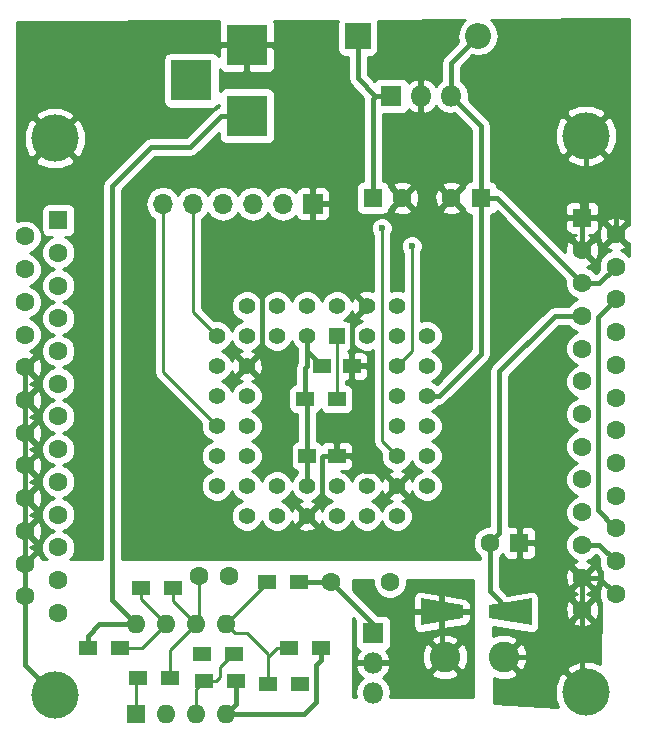
<source format=gbl>
G04 #@! TF.FileFunction,Copper,L2,Bot,Signal*
%FSLAX46Y46*%
G04 Gerber Fmt 4.6, Leading zero omitted, Abs format (unit mm)*
G04 Created by KiCad (PCBNEW 4.0.7-e2-6376~58~ubuntu16.04.1) date Sat Dec  9 11:07:45 2023*
%MOMM*%
%LPD*%
G01*
G04 APERTURE LIST*
%ADD10C,0.100000*%
%ADD11R,1.600000X1.600000*%
%ADD12C,1.600000*%
%ADD13R,1.500000X1.250000*%
%ADD14R,2.200000X2.200000*%
%ADD15O,2.200000X2.200000*%
%ADD16R,3.500000X3.500000*%
%ADD17C,4.000000*%
%ADD18R,1.700000X1.700000*%
%ADD19O,1.700000X1.700000*%
%ADD20C,2.600000*%
%ADD21R,1.800000X1.800000*%
%ADD22O,1.800000X1.800000*%
%ADD23R,1.500000X1.300000*%
%ADD24R,1.397000X1.397000*%
%ADD25C,1.397000*%
%ADD26O,1.600000X1.600000*%
%ADD27C,0.600000*%
%ADD28C,0.400000*%
%ADD29C,0.250000*%
%ADD30C,0.254000*%
G04 APERTURE END LIST*
D10*
D11*
X119888000Y-54102000D03*
D12*
X122388000Y-54102000D03*
D11*
X129032000Y-54102000D03*
D12*
X126532000Y-54102000D03*
D13*
X115590000Y-68326000D03*
X118090000Y-68326000D03*
X114320000Y-75946000D03*
X116820000Y-75946000D03*
D12*
X116332000Y-86614000D03*
X121332000Y-86614000D03*
X105196000Y-86106000D03*
X107696000Y-86106000D03*
D11*
X132294000Y-83312000D03*
D12*
X129794000Y-83312000D03*
D14*
X118618000Y-40386000D03*
D15*
X128778000Y-40386000D03*
D10*
G36*
X123930000Y-90304000D02*
X123930000Y-88004000D01*
X127530000Y-88604000D01*
X127530000Y-89704000D01*
X123930000Y-90304000D01*
X123930000Y-90304000D01*
G37*
G36*
X133330000Y-88004000D02*
X133330000Y-90304000D01*
X129730000Y-89704000D01*
X129730000Y-88604000D01*
X133330000Y-88004000D01*
X133330000Y-88004000D01*
G37*
D16*
X109220000Y-47148000D03*
X109220000Y-41148000D03*
X104520000Y-44148000D03*
D11*
X93264000Y-55981000D03*
D12*
X93264000Y-58751000D03*
X93264000Y-61521000D03*
X93264000Y-64291000D03*
X93264000Y-67061000D03*
X93264000Y-69831000D03*
X93264000Y-72601000D03*
X93264000Y-75371000D03*
X93264000Y-78141000D03*
X93264000Y-80911000D03*
X93264000Y-83681000D03*
X93264000Y-86451000D03*
X93264000Y-89221000D03*
X90424000Y-57366000D03*
X90424000Y-60136000D03*
X90424000Y-62906000D03*
X90424000Y-65676000D03*
X90424000Y-68446000D03*
X90424000Y-71216000D03*
X90424000Y-73986000D03*
X90424000Y-76756000D03*
X90424000Y-79526000D03*
X90424000Y-82296000D03*
X90424000Y-85066000D03*
X90424000Y-87836000D03*
D17*
X92964000Y-49051000D03*
X92964000Y-96151000D03*
D18*
X114808000Y-54610000D03*
D19*
X112268000Y-54610000D03*
X109728000Y-54610000D03*
X107188000Y-54610000D03*
X104648000Y-54610000D03*
X102108000Y-54610000D03*
D11*
X137622000Y-55775000D03*
D12*
X137622000Y-58545000D03*
X137622000Y-61315000D03*
X137622000Y-64085000D03*
X137622000Y-66855000D03*
X137622000Y-69625000D03*
X137622000Y-72395000D03*
X137622000Y-75165000D03*
X137622000Y-77935000D03*
X137622000Y-80705000D03*
X137622000Y-83475000D03*
X137622000Y-86245000D03*
X137622000Y-89015000D03*
X140462000Y-57160000D03*
X140462000Y-59930000D03*
X140462000Y-62700000D03*
X140462000Y-65470000D03*
X140462000Y-68240000D03*
X140462000Y-71010000D03*
X140462000Y-73780000D03*
X140462000Y-76550000D03*
X140462000Y-79320000D03*
X140462000Y-82090000D03*
X140462000Y-84860000D03*
X140462000Y-87630000D03*
D17*
X137922000Y-95945000D03*
X137922000Y-48845000D03*
D20*
X125984000Y-92964000D03*
X130984000Y-92964000D03*
D21*
X119888000Y-90932000D03*
D22*
X119888000Y-93472000D03*
X119888000Y-96012000D03*
D23*
X114140000Y-71120000D03*
X116840000Y-71120000D03*
X105410000Y-92710000D03*
X108110000Y-92710000D03*
X105584000Y-94996000D03*
X108284000Y-94996000D03*
X102696000Y-94742000D03*
X99996000Y-94742000D03*
X113618000Y-86614000D03*
X110918000Y-86614000D03*
X112776000Y-92202000D03*
X115476000Y-92202000D03*
X113698000Y-95250000D03*
X110998000Y-95250000D03*
X100250000Y-87122000D03*
X102950000Y-87122000D03*
X95758000Y-92202000D03*
X98458000Y-92202000D03*
D21*
X121412000Y-45466000D03*
D22*
X123952000Y-45466000D03*
X126492000Y-45466000D03*
D24*
X116840000Y-65786000D03*
D25*
X114300000Y-63246000D03*
X114300000Y-65786000D03*
X111760000Y-63246000D03*
X111760000Y-65786000D03*
X109220000Y-63246000D03*
X106680000Y-65786000D03*
X109220000Y-65786000D03*
X106680000Y-68326000D03*
X109220000Y-68326000D03*
X106680000Y-70866000D03*
X109220000Y-70866000D03*
X106680000Y-73406000D03*
X109220000Y-73406000D03*
X106680000Y-75946000D03*
X109220000Y-75946000D03*
X106680000Y-78486000D03*
X109220000Y-81026000D03*
X109220000Y-78486000D03*
X111760000Y-81026000D03*
X111760000Y-78486000D03*
X114300000Y-81026000D03*
X114300000Y-78486000D03*
X116840000Y-81026000D03*
X116840000Y-78486000D03*
X119380000Y-81026000D03*
X119380000Y-78486000D03*
X121920000Y-81026000D03*
X124460000Y-78486000D03*
X121920000Y-78486000D03*
X124460000Y-75946000D03*
X121920000Y-75946000D03*
X124460000Y-73406000D03*
X121920000Y-73406000D03*
X124460000Y-70866000D03*
X121920000Y-70866000D03*
X124460000Y-68326000D03*
X121920000Y-68326000D03*
X124460000Y-65786000D03*
X121920000Y-63246000D03*
X121920000Y-65786000D03*
X119380000Y-63246000D03*
X119380000Y-65786000D03*
X116840000Y-63246000D03*
D11*
X99822000Y-97790000D03*
D26*
X107442000Y-90170000D03*
X102362000Y-97790000D03*
X104902000Y-90170000D03*
X104902000Y-97790000D03*
X102362000Y-90170000D03*
X107442000Y-97790000D03*
X99822000Y-90170000D03*
D27*
X105410000Y-92710000D03*
X115476000Y-92202000D03*
X120650000Y-56642000D03*
X123190000Y-58166000D03*
X113698000Y-95250000D03*
D28*
X121412000Y-45466000D02*
X120112000Y-45466000D01*
X119888000Y-45690000D02*
X119888000Y-52902000D01*
X120112000Y-45466000D02*
X119888000Y-45690000D01*
X119888000Y-52902000D02*
X119888000Y-54102000D01*
X118618000Y-40386000D02*
X118618000Y-43972000D01*
X118618000Y-43972000D02*
X120112000Y-45466000D01*
X99822000Y-90170000D02*
X96740000Y-90170000D01*
X96740000Y-90170000D02*
X95758000Y-91152000D01*
X95758000Y-91152000D02*
X95758000Y-92202000D01*
X97790000Y-53086000D02*
X97790000Y-88138000D01*
X97790000Y-88138000D02*
X99822000Y-90170000D01*
X101092000Y-49784000D02*
X97790000Y-53086000D01*
X104434000Y-49784000D02*
X101092000Y-49784000D01*
X109220000Y-47148000D02*
X107070000Y-47148000D01*
X107070000Y-47148000D02*
X104434000Y-49784000D01*
X140462000Y-82090000D02*
X139662001Y-81290001D01*
X139662001Y-81290001D02*
X139662001Y-81242001D01*
X139662001Y-81242001D02*
X138938000Y-80518000D01*
X138938000Y-80518000D02*
X138938000Y-64224000D01*
X138938000Y-64224000D02*
X140462000Y-62700000D01*
X105410000Y-92710000D02*
X105510000Y-92710000D01*
X116332000Y-86614000D02*
X119888000Y-90170000D01*
X119888000Y-90170000D02*
X119888000Y-90932000D01*
X113618000Y-86614000D02*
X116332000Y-86614000D01*
X123952000Y-46482000D02*
X123952000Y-52538000D01*
X123952000Y-52538000D02*
X122388000Y-54102000D01*
X114808000Y-54610000D02*
X114808000Y-55372000D01*
X114808000Y-55372000D02*
X114808000Y-58674000D01*
X110490000Y-61214000D02*
X114808000Y-56896000D01*
X114808000Y-56896000D02*
X114808000Y-55372000D01*
X110490000Y-67056000D02*
X110490000Y-61214000D01*
X109220000Y-68326000D02*
X110490000Y-67056000D01*
X119380000Y-63246000D02*
X118090000Y-64536000D01*
X118090000Y-64536000D02*
X118090000Y-68326000D01*
X119240000Y-77216000D02*
X120650000Y-77216000D01*
X120650000Y-77216000D02*
X121920000Y-78486000D01*
X116820000Y-75946000D02*
X117970000Y-75946000D01*
X117970000Y-75946000D02*
X119240000Y-77216000D01*
X115570000Y-76046000D02*
X115570000Y-79756000D01*
X115570000Y-79756000D02*
X114300000Y-81026000D01*
X116820000Y-75946000D02*
X115670000Y-75946000D01*
X115670000Y-75946000D02*
X115570000Y-76046000D01*
X114808000Y-58674000D02*
X119380000Y-63246000D01*
X132294000Y-83312000D02*
X134689000Y-83312000D01*
X134689000Y-83312000D02*
X137622000Y-86245000D01*
X137622000Y-89015000D02*
X137622000Y-95645000D01*
X137622000Y-95645000D02*
X137922000Y-95945000D01*
X130984000Y-92964000D02*
X134941000Y-92964000D01*
X134941000Y-92964000D02*
X137922000Y-95945000D01*
X109220000Y-41148000D02*
X111370000Y-41148000D01*
X111370000Y-41148000D02*
X114808000Y-44586000D01*
X114808000Y-44586000D02*
X114808000Y-53360000D01*
X114808000Y-53360000D02*
X114808000Y-54610000D01*
X109220000Y-41148000D02*
X100867000Y-41148000D01*
X100867000Y-41148000D02*
X92964000Y-49051000D01*
X90424000Y-87836000D02*
X90424000Y-93611000D01*
X90424000Y-93611000D02*
X92964000Y-96151000D01*
X90424000Y-85066000D02*
X90424000Y-87836000D01*
X90424000Y-82296000D02*
X90424000Y-85066000D01*
X90424000Y-79526000D02*
X90424000Y-82296000D01*
X90424000Y-76756000D02*
X90424000Y-79526000D01*
X90424000Y-73986000D02*
X90424000Y-76756000D01*
X90424000Y-71216000D02*
X90424000Y-73986000D01*
X90424000Y-68446000D02*
X90424000Y-71216000D01*
X140462000Y-57160000D02*
X140462000Y-51385000D01*
X140462000Y-51385000D02*
X137922000Y-48845000D01*
X137922000Y-48845000D02*
X137922000Y-55475000D01*
X137922000Y-55475000D02*
X137622000Y-55775000D01*
X137622000Y-55775000D02*
X137622000Y-58545000D01*
X137622000Y-86245000D02*
X139077000Y-86245000D01*
X139077000Y-86245000D02*
X140462000Y-87630000D01*
X137622000Y-86245000D02*
X137622000Y-89015000D01*
X126492000Y-45466000D02*
X126492000Y-42672000D01*
X129032000Y-54102000D02*
X129032000Y-48006000D01*
X129032000Y-48006000D02*
X126492000Y-45466000D01*
X129032000Y-54102000D02*
X129032000Y-67281828D01*
X129032000Y-67281828D02*
X125447828Y-70866000D01*
X125447828Y-70866000D02*
X124460000Y-70866000D01*
X128778000Y-40386000D02*
X126492000Y-42672000D01*
X129032000Y-52324000D02*
X129032000Y-54102000D01*
X129032000Y-54102000D02*
X130409000Y-54102000D01*
X130409000Y-54102000D02*
X137622000Y-61315000D01*
X114320000Y-75946000D02*
X114320000Y-71300000D01*
X114320000Y-71300000D02*
X114140000Y-71120000D01*
X114300000Y-65786000D02*
X114300000Y-67036000D01*
X114300000Y-67036000D02*
X115590000Y-68326000D01*
X114300000Y-68326000D02*
X114300000Y-65786000D01*
X114140000Y-71120000D02*
X114140000Y-68486000D01*
X114140000Y-68486000D02*
X114300000Y-68326000D01*
X114320000Y-75946000D02*
X114320000Y-78466000D01*
X114320000Y-78466000D02*
X114300000Y-78486000D01*
X137622000Y-61315000D02*
X139077000Y-61315000D01*
X139077000Y-61315000D02*
X140462000Y-59930000D01*
X134874000Y-58567000D02*
X137622000Y-61315000D01*
X137622000Y-83475000D02*
X139077000Y-83475000D01*
X139077000Y-83475000D02*
X140462000Y-84860000D01*
X130593999Y-68796001D02*
X135305000Y-64085000D01*
X135305000Y-64085000D02*
X137622000Y-64085000D01*
X129794000Y-83312000D02*
X130593999Y-82512001D01*
X130593999Y-82512001D02*
X130593999Y-68796001D01*
X108284000Y-94996000D02*
X108284000Y-96948000D01*
X108284000Y-96948000D02*
X107442000Y-97790000D01*
X107442000Y-97790000D02*
X114046000Y-97790000D01*
X114046000Y-97790000D02*
X115062000Y-96774000D01*
X115062000Y-96774000D02*
X115062000Y-93666000D01*
X115062000Y-93666000D02*
X115476000Y-93252000D01*
X115476000Y-93252000D02*
X115476000Y-92202000D01*
X129794000Y-83312000D02*
X129794000Y-87418000D01*
X129794000Y-87418000D02*
X131530000Y-89154000D01*
D29*
X104902000Y-90170000D02*
X102696000Y-92376000D01*
X102696000Y-92376000D02*
X102696000Y-94742000D01*
X102950000Y-87122000D02*
X102950000Y-88218000D01*
X102950000Y-88218000D02*
X104902000Y-90170000D01*
X105196000Y-86106000D02*
X105196000Y-89876000D01*
X105196000Y-89876000D02*
X104902000Y-90170000D01*
D28*
X125730000Y-89154000D02*
X125730000Y-92710000D01*
X125730000Y-92710000D02*
X125984000Y-92964000D01*
D29*
X116840000Y-65786000D02*
X116840000Y-71120000D01*
X120650000Y-74676000D02*
X120650000Y-56642000D01*
X121221501Y-75247501D02*
X120650000Y-74676000D01*
X121920000Y-75946000D02*
X121221501Y-75247501D01*
X123190000Y-67056000D02*
X123190000Y-58166000D01*
X122936000Y-67310000D02*
X123190000Y-67056000D01*
X122936000Y-67310000D02*
X122682000Y-67564000D01*
X122682000Y-67564000D02*
X121920000Y-68326000D01*
X104648000Y-54610000D02*
X104648000Y-63754000D01*
X104648000Y-63754000D02*
X106680000Y-65786000D01*
X102108000Y-54610000D02*
X102108000Y-68834000D01*
X102108000Y-68834000D02*
X106680000Y-73406000D01*
X106934000Y-94646000D02*
X106934000Y-93786000D01*
X106934000Y-93786000D02*
X108010000Y-92710000D01*
X108010000Y-92710000D02*
X108110000Y-92710000D01*
X105584000Y-94996000D02*
X106584000Y-94996000D01*
X106584000Y-94996000D02*
X106934000Y-94646000D01*
X104902000Y-97790000D02*
X104902000Y-95678000D01*
X104902000Y-95678000D02*
X105584000Y-94996000D01*
X99822000Y-97790000D02*
X99822000Y-94916000D01*
X99822000Y-94916000D02*
X99996000Y-94742000D01*
X99996000Y-97616000D02*
X99822000Y-97790000D01*
X110998000Y-92980000D02*
X110998000Y-93472000D01*
X110998000Y-93472000D02*
X110998000Y-94350000D01*
X109257999Y-90969999D02*
X110998000Y-92710000D01*
X110998000Y-92710000D02*
X110998000Y-93472000D01*
X107442000Y-90170000D02*
X108241999Y-90969999D01*
X108241999Y-90969999D02*
X109257999Y-90969999D01*
X107442000Y-90170000D02*
X110918000Y-86694000D01*
X110918000Y-86694000D02*
X110918000Y-86614000D01*
X112776000Y-92202000D02*
X111776000Y-92202000D01*
X111776000Y-92202000D02*
X110998000Y-92980000D01*
X110998000Y-94350000D02*
X110998000Y-95250000D01*
X98458000Y-92202000D02*
X100330000Y-92202000D01*
X100330000Y-92202000D02*
X102362000Y-90170000D01*
X100250000Y-87122000D02*
X100250000Y-88058000D01*
X100250000Y-88058000D02*
X102362000Y-90170000D01*
D30*
G36*
X119896752Y-86898187D02*
X120114757Y-87425800D01*
X120518077Y-87829824D01*
X121045309Y-88048750D01*
X121616187Y-88049248D01*
X121725695Y-88004000D01*
X123282560Y-88004000D01*
X123282560Y-89027000D01*
X125603000Y-89027000D01*
X125857000Y-89027000D01*
X128177440Y-89027000D01*
X128177440Y-88604000D01*
X128163641Y-88471044D01*
X128061992Y-88234997D01*
X127876516Y-88057095D01*
X127636438Y-87965369D01*
X125857000Y-87668796D01*
X125857000Y-89027000D01*
X125603000Y-89027000D01*
X125603000Y-87626463D01*
X124036438Y-87365369D01*
X123694683Y-87400838D01*
X123478559Y-87539910D01*
X123333569Y-87752110D01*
X123282560Y-88004000D01*
X121725695Y-88004000D01*
X122143800Y-87831243D01*
X122547824Y-87427923D01*
X122766750Y-86900691D01*
X122767111Y-86487000D01*
X128397000Y-86487000D01*
X128397000Y-96393000D01*
X121353196Y-96393000D01*
X121423000Y-96042072D01*
X121423000Y-95981928D01*
X121306155Y-95394509D01*
X120973409Y-94896519D01*
X120735418Y-94737499D01*
X121125966Y-94379576D01*
X121147466Y-94333459D01*
X124794146Y-94333459D01*
X124929504Y-94631455D01*
X125647880Y-94908066D01*
X126417427Y-94888710D01*
X127038496Y-94631455D01*
X127173854Y-94333459D01*
X125984000Y-93143605D01*
X124794146Y-94333459D01*
X121147466Y-94333459D01*
X121379046Y-93836742D01*
X121258997Y-93599000D01*
X120015000Y-93599000D01*
X120015000Y-93619000D01*
X119761000Y-93619000D01*
X119761000Y-93599000D01*
X118517003Y-93599000D01*
X118396954Y-93836742D01*
X118650034Y-94379576D01*
X119040582Y-94737499D01*
X118802591Y-94896519D01*
X118469845Y-95394509D01*
X118353000Y-95981928D01*
X118353000Y-96042072D01*
X118422804Y-96393000D01*
X118237000Y-96393000D01*
X118237000Y-89699868D01*
X118379052Y-89841920D01*
X118340560Y-90032000D01*
X118340560Y-91832000D01*
X118384838Y-92067317D01*
X118523910Y-92283441D01*
X118736110Y-92428431D01*
X118787146Y-92438766D01*
X118650034Y-92564424D01*
X118396954Y-93107258D01*
X118517003Y-93345000D01*
X119761000Y-93345000D01*
X119761000Y-93325000D01*
X120015000Y-93325000D01*
X120015000Y-93345000D01*
X121258997Y-93345000D01*
X121379046Y-93107258D01*
X121155551Y-92627880D01*
X124039934Y-92627880D01*
X124059290Y-93397427D01*
X124316545Y-94018496D01*
X124614541Y-94153854D01*
X125804395Y-92964000D01*
X126163605Y-92964000D01*
X127353459Y-94153854D01*
X127651455Y-94018496D01*
X127928066Y-93300120D01*
X127908710Y-92530573D01*
X127651455Y-91909504D01*
X127353459Y-91774146D01*
X126163605Y-92964000D01*
X125804395Y-92964000D01*
X124614541Y-91774146D01*
X124316545Y-91909504D01*
X124039934Y-92627880D01*
X121155551Y-92627880D01*
X121125966Y-92564424D01*
X120991462Y-92441156D01*
X121023317Y-92435162D01*
X121239441Y-92296090D01*
X121384431Y-92083890D01*
X121435440Y-91832000D01*
X121435440Y-91594541D01*
X124794146Y-91594541D01*
X125984000Y-92784395D01*
X127173854Y-91594541D01*
X127038496Y-91296545D01*
X126320120Y-91019934D01*
X125550573Y-91039290D01*
X124929504Y-91296545D01*
X124794146Y-91594541D01*
X121435440Y-91594541D01*
X121435440Y-90032000D01*
X121391162Y-89796683D01*
X121252090Y-89580559D01*
X121039890Y-89435569D01*
X120788000Y-89384560D01*
X120283428Y-89384560D01*
X120179868Y-89281000D01*
X123282560Y-89281000D01*
X123282560Y-90304000D01*
X123373730Y-90635274D01*
X123546441Y-90825595D01*
X123779589Y-90933726D01*
X124036438Y-90942631D01*
X125603000Y-90681537D01*
X125603000Y-89281000D01*
X125857000Y-89281000D01*
X125857000Y-90639204D01*
X127636438Y-90342631D01*
X127765317Y-90307162D01*
X127981441Y-90168090D01*
X128126431Y-89955890D01*
X128177440Y-89704000D01*
X128177440Y-89281000D01*
X125857000Y-89281000D01*
X125603000Y-89281000D01*
X123282560Y-89281000D01*
X120179868Y-89281000D01*
X118237000Y-87338132D01*
X118237000Y-86487000D01*
X119897111Y-86487000D01*
X119896752Y-86898187D01*
X119896752Y-86898187D01*
G37*
X119896752Y-86898187D02*
X120114757Y-87425800D01*
X120518077Y-87829824D01*
X121045309Y-88048750D01*
X121616187Y-88049248D01*
X121725695Y-88004000D01*
X123282560Y-88004000D01*
X123282560Y-89027000D01*
X125603000Y-89027000D01*
X125857000Y-89027000D01*
X128177440Y-89027000D01*
X128177440Y-88604000D01*
X128163641Y-88471044D01*
X128061992Y-88234997D01*
X127876516Y-88057095D01*
X127636438Y-87965369D01*
X125857000Y-87668796D01*
X125857000Y-89027000D01*
X125603000Y-89027000D01*
X125603000Y-87626463D01*
X124036438Y-87365369D01*
X123694683Y-87400838D01*
X123478559Y-87539910D01*
X123333569Y-87752110D01*
X123282560Y-88004000D01*
X121725695Y-88004000D01*
X122143800Y-87831243D01*
X122547824Y-87427923D01*
X122766750Y-86900691D01*
X122767111Y-86487000D01*
X128397000Y-86487000D01*
X128397000Y-96393000D01*
X121353196Y-96393000D01*
X121423000Y-96042072D01*
X121423000Y-95981928D01*
X121306155Y-95394509D01*
X120973409Y-94896519D01*
X120735418Y-94737499D01*
X121125966Y-94379576D01*
X121147466Y-94333459D01*
X124794146Y-94333459D01*
X124929504Y-94631455D01*
X125647880Y-94908066D01*
X126417427Y-94888710D01*
X127038496Y-94631455D01*
X127173854Y-94333459D01*
X125984000Y-93143605D01*
X124794146Y-94333459D01*
X121147466Y-94333459D01*
X121379046Y-93836742D01*
X121258997Y-93599000D01*
X120015000Y-93599000D01*
X120015000Y-93619000D01*
X119761000Y-93619000D01*
X119761000Y-93599000D01*
X118517003Y-93599000D01*
X118396954Y-93836742D01*
X118650034Y-94379576D01*
X119040582Y-94737499D01*
X118802591Y-94896519D01*
X118469845Y-95394509D01*
X118353000Y-95981928D01*
X118353000Y-96042072D01*
X118422804Y-96393000D01*
X118237000Y-96393000D01*
X118237000Y-89699868D01*
X118379052Y-89841920D01*
X118340560Y-90032000D01*
X118340560Y-91832000D01*
X118384838Y-92067317D01*
X118523910Y-92283441D01*
X118736110Y-92428431D01*
X118787146Y-92438766D01*
X118650034Y-92564424D01*
X118396954Y-93107258D01*
X118517003Y-93345000D01*
X119761000Y-93345000D01*
X119761000Y-93325000D01*
X120015000Y-93325000D01*
X120015000Y-93345000D01*
X121258997Y-93345000D01*
X121379046Y-93107258D01*
X121155551Y-92627880D01*
X124039934Y-92627880D01*
X124059290Y-93397427D01*
X124316545Y-94018496D01*
X124614541Y-94153854D01*
X125804395Y-92964000D01*
X126163605Y-92964000D01*
X127353459Y-94153854D01*
X127651455Y-94018496D01*
X127928066Y-93300120D01*
X127908710Y-92530573D01*
X127651455Y-91909504D01*
X127353459Y-91774146D01*
X126163605Y-92964000D01*
X125804395Y-92964000D01*
X124614541Y-91774146D01*
X124316545Y-91909504D01*
X124039934Y-92627880D01*
X121155551Y-92627880D01*
X121125966Y-92564424D01*
X120991462Y-92441156D01*
X121023317Y-92435162D01*
X121239441Y-92296090D01*
X121384431Y-92083890D01*
X121435440Y-91832000D01*
X121435440Y-91594541D01*
X124794146Y-91594541D01*
X125984000Y-92784395D01*
X127173854Y-91594541D01*
X127038496Y-91296545D01*
X126320120Y-91019934D01*
X125550573Y-91039290D01*
X124929504Y-91296545D01*
X124794146Y-91594541D01*
X121435440Y-91594541D01*
X121435440Y-90032000D01*
X121391162Y-89796683D01*
X121252090Y-89580559D01*
X121039890Y-89435569D01*
X120788000Y-89384560D01*
X120283428Y-89384560D01*
X120179868Y-89281000D01*
X123282560Y-89281000D01*
X123282560Y-90304000D01*
X123373730Y-90635274D01*
X123546441Y-90825595D01*
X123779589Y-90933726D01*
X124036438Y-90942631D01*
X125603000Y-90681537D01*
X125603000Y-89281000D01*
X125857000Y-89281000D01*
X125857000Y-90639204D01*
X127636438Y-90342631D01*
X127765317Y-90307162D01*
X127981441Y-90168090D01*
X128126431Y-89955890D01*
X128177440Y-89704000D01*
X128177440Y-89281000D01*
X125857000Y-89281000D01*
X125603000Y-89281000D01*
X123282560Y-89281000D01*
X120179868Y-89281000D01*
X118237000Y-87338132D01*
X118237000Y-86487000D01*
X119897111Y-86487000D01*
X119896752Y-86898187D01*
G36*
X127517179Y-39159170D02*
X127141078Y-39722044D01*
X127009009Y-40386000D01*
X127106585Y-40876547D01*
X125901566Y-42081566D01*
X125720561Y-42352459D01*
X125657000Y-42672000D01*
X125657000Y-44193180D01*
X125376519Y-44380591D01*
X125217499Y-44618582D01*
X124859576Y-44228034D01*
X124316742Y-43974954D01*
X124079000Y-44095003D01*
X124079000Y-45339000D01*
X124099000Y-45339000D01*
X124099000Y-45593000D01*
X124079000Y-45593000D01*
X124079000Y-46836997D01*
X124316742Y-46957046D01*
X124859576Y-46703966D01*
X125217499Y-46313418D01*
X125376519Y-46551409D01*
X125874509Y-46884155D01*
X126461928Y-47001000D01*
X126522072Y-47001000D01*
X126792367Y-46947235D01*
X128197000Y-48351868D01*
X128197000Y-52661146D01*
X127996683Y-52698838D01*
X127780559Y-52837910D01*
X127635569Y-53050110D01*
X127587354Y-53288201D01*
X127539745Y-53273861D01*
X126711605Y-54102000D01*
X127539745Y-54930139D01*
X127587167Y-54915855D01*
X127628838Y-55137317D01*
X127767910Y-55353441D01*
X127980110Y-55498431D01*
X128197000Y-55542352D01*
X128197000Y-66935960D01*
X125306491Y-69826469D01*
X125216353Y-69736173D01*
X124878554Y-69595906D01*
X125214380Y-69457146D01*
X125589827Y-69082353D01*
X125793268Y-68592413D01*
X125793731Y-68061914D01*
X125591146Y-67571620D01*
X125216353Y-67196173D01*
X124878554Y-67055906D01*
X125214380Y-66917146D01*
X125589827Y-66542353D01*
X125793268Y-66052413D01*
X125793731Y-65521914D01*
X125591146Y-65031620D01*
X125216353Y-64656173D01*
X124726413Y-64452732D01*
X124195914Y-64452269D01*
X123950000Y-64553878D01*
X123950000Y-58728463D01*
X123982192Y-58696327D01*
X124124838Y-58352799D01*
X124125162Y-57980833D01*
X123983117Y-57637057D01*
X123720327Y-57373808D01*
X123376799Y-57231162D01*
X123004833Y-57230838D01*
X122661057Y-57372883D01*
X122397808Y-57635673D01*
X122255162Y-57979201D01*
X122254838Y-58351167D01*
X122396883Y-58694943D01*
X122430000Y-58728118D01*
X122430000Y-62013878D01*
X122186413Y-61912732D01*
X121655914Y-61912269D01*
X121410000Y-62013878D01*
X121410000Y-57204463D01*
X121442192Y-57172327D01*
X121584838Y-56828799D01*
X121585162Y-56456833D01*
X121443117Y-56113057D01*
X121180327Y-55849808D01*
X120836799Y-55707162D01*
X120464833Y-55706838D01*
X120121057Y-55848883D01*
X119857808Y-56111673D01*
X119715162Y-56455201D01*
X119714838Y-56827167D01*
X119856883Y-57170943D01*
X119890000Y-57204118D01*
X119890000Y-62011815D01*
X119572520Y-61900073D01*
X119042801Y-61928852D01*
X118687071Y-62076200D01*
X118625417Y-62311812D01*
X119380000Y-63066395D01*
X119394143Y-63052253D01*
X119573748Y-63231858D01*
X119559605Y-63246000D01*
X119573748Y-63260143D01*
X119394143Y-63439748D01*
X119380000Y-63425605D01*
X118625417Y-64180188D01*
X118687071Y-64415800D01*
X118966312Y-64514083D01*
X118625620Y-64654854D01*
X118250173Y-65029647D01*
X118185940Y-65184337D01*
X118185940Y-65087500D01*
X118141662Y-64852183D01*
X118002590Y-64636059D01*
X117790390Y-64491069D01*
X117538500Y-64440060D01*
X117442116Y-64440060D01*
X117594380Y-64377146D01*
X117969827Y-64002353D01*
X118103314Y-63680882D01*
X118210200Y-63938929D01*
X118445812Y-64000583D01*
X119200395Y-63246000D01*
X118445812Y-62491417D01*
X118210200Y-62553071D01*
X118111917Y-62832312D01*
X117971146Y-62491620D01*
X117596353Y-62116173D01*
X117106413Y-61912732D01*
X116575914Y-61912269D01*
X116085620Y-62114854D01*
X115710173Y-62489647D01*
X115569906Y-62827446D01*
X115431146Y-62491620D01*
X115056353Y-62116173D01*
X114566413Y-61912732D01*
X114035914Y-61912269D01*
X113545620Y-62114854D01*
X113170173Y-62489647D01*
X113029906Y-62827446D01*
X112891146Y-62491620D01*
X112516353Y-62116173D01*
X112026413Y-61912732D01*
X111495914Y-61912269D01*
X111005620Y-62114854D01*
X110630173Y-62489647D01*
X110489906Y-62827446D01*
X110351146Y-62491620D01*
X109976353Y-62116173D01*
X109486413Y-61912732D01*
X108955914Y-61912269D01*
X108465620Y-62114854D01*
X108090173Y-62489647D01*
X107886732Y-62979587D01*
X107886269Y-63510086D01*
X108088854Y-64000380D01*
X108463647Y-64375827D01*
X108801446Y-64516094D01*
X108465620Y-64654854D01*
X108090173Y-65029647D01*
X107949906Y-65367446D01*
X107811146Y-65031620D01*
X107436353Y-64656173D01*
X106946413Y-64452732D01*
X106421076Y-64452274D01*
X105408000Y-63439198D01*
X105408000Y-55882954D01*
X105698054Y-55689147D01*
X105918000Y-55359974D01*
X106137946Y-55689147D01*
X106619715Y-56011054D01*
X107188000Y-56124093D01*
X107756285Y-56011054D01*
X108238054Y-55689147D01*
X108458000Y-55359974D01*
X108677946Y-55689147D01*
X109159715Y-56011054D01*
X109728000Y-56124093D01*
X110296285Y-56011054D01*
X110778054Y-55689147D01*
X110998000Y-55359974D01*
X111217946Y-55689147D01*
X111699715Y-56011054D01*
X112268000Y-56124093D01*
X112836285Y-56011054D01*
X113318054Y-55689147D01*
X113347403Y-55645223D01*
X113419673Y-55819698D01*
X113598301Y-55998327D01*
X113831690Y-56095000D01*
X114522250Y-56095000D01*
X114681000Y-55936250D01*
X114681000Y-54737000D01*
X114935000Y-54737000D01*
X114935000Y-55936250D01*
X115093750Y-56095000D01*
X115784310Y-56095000D01*
X116017699Y-55998327D01*
X116196327Y-55819698D01*
X116293000Y-55586309D01*
X116293000Y-54895750D01*
X116134250Y-54737000D01*
X114935000Y-54737000D01*
X114681000Y-54737000D01*
X114661000Y-54737000D01*
X114661000Y-54483000D01*
X114681000Y-54483000D01*
X114681000Y-53283750D01*
X114935000Y-53283750D01*
X114935000Y-54483000D01*
X116134250Y-54483000D01*
X116293000Y-54324250D01*
X116293000Y-53633691D01*
X116196327Y-53400302D01*
X116017699Y-53221673D01*
X115784310Y-53125000D01*
X115093750Y-53125000D01*
X114935000Y-53283750D01*
X114681000Y-53283750D01*
X114522250Y-53125000D01*
X113831690Y-53125000D01*
X113598301Y-53221673D01*
X113419673Y-53400302D01*
X113347403Y-53574777D01*
X113318054Y-53530853D01*
X112836285Y-53208946D01*
X112268000Y-53095907D01*
X111699715Y-53208946D01*
X111217946Y-53530853D01*
X110998000Y-53860026D01*
X110778054Y-53530853D01*
X110296285Y-53208946D01*
X109728000Y-53095907D01*
X109159715Y-53208946D01*
X108677946Y-53530853D01*
X108458000Y-53860026D01*
X108238054Y-53530853D01*
X107756285Y-53208946D01*
X107188000Y-53095907D01*
X106619715Y-53208946D01*
X106137946Y-53530853D01*
X105918000Y-53860026D01*
X105698054Y-53530853D01*
X105216285Y-53208946D01*
X104648000Y-53095907D01*
X104079715Y-53208946D01*
X103597946Y-53530853D01*
X103378000Y-53860026D01*
X103158054Y-53530853D01*
X102676285Y-53208946D01*
X102108000Y-53095907D01*
X101539715Y-53208946D01*
X101057946Y-53530853D01*
X100736039Y-54012622D01*
X100623000Y-54580907D01*
X100623000Y-54639093D01*
X100736039Y-55207378D01*
X101057946Y-55689147D01*
X101348000Y-55882954D01*
X101348000Y-68834000D01*
X101405852Y-69124839D01*
X101570599Y-69371401D01*
X105346725Y-73147527D01*
X105346269Y-73670086D01*
X105548854Y-74160380D01*
X105923647Y-74535827D01*
X106261446Y-74676094D01*
X105925620Y-74814854D01*
X105550173Y-75189647D01*
X105346732Y-75679587D01*
X105346269Y-76210086D01*
X105548854Y-76700380D01*
X105923647Y-77075827D01*
X106261446Y-77216094D01*
X105925620Y-77354854D01*
X105550173Y-77729647D01*
X105346732Y-78219587D01*
X105346269Y-78750086D01*
X105548854Y-79240380D01*
X105923647Y-79615827D01*
X106413587Y-79819268D01*
X106944086Y-79819731D01*
X107434380Y-79617146D01*
X107809827Y-79242353D01*
X107950094Y-78904554D01*
X108088854Y-79240380D01*
X108463647Y-79615827D01*
X108801446Y-79756094D01*
X108465620Y-79894854D01*
X108090173Y-80269647D01*
X107886732Y-80759587D01*
X107886269Y-81290086D01*
X108088854Y-81780380D01*
X108463647Y-82155827D01*
X108953587Y-82359268D01*
X109484086Y-82359731D01*
X109974380Y-82157146D01*
X110349827Y-81782353D01*
X110490094Y-81444554D01*
X110628854Y-81780380D01*
X111003647Y-82155827D01*
X111493587Y-82359268D01*
X112024086Y-82359731D01*
X112514380Y-82157146D01*
X112711681Y-81960188D01*
X113545417Y-81960188D01*
X113607071Y-82195800D01*
X114107480Y-82371927D01*
X114637199Y-82343148D01*
X114992929Y-82195800D01*
X115054583Y-81960188D01*
X114300000Y-81205605D01*
X113545417Y-81960188D01*
X112711681Y-81960188D01*
X112889827Y-81782353D01*
X113023314Y-81460882D01*
X113130200Y-81718929D01*
X113365812Y-81780583D01*
X114120395Y-81026000D01*
X113365812Y-80271417D01*
X113130200Y-80333071D01*
X113031917Y-80612312D01*
X112891146Y-80271620D01*
X112516353Y-79896173D01*
X112178554Y-79755906D01*
X112514380Y-79617146D01*
X112889827Y-79242353D01*
X113030094Y-78904554D01*
X113168854Y-79240380D01*
X113543647Y-79615827D01*
X113865118Y-79749314D01*
X113607071Y-79856200D01*
X113545417Y-80091812D01*
X114300000Y-80846395D01*
X115054583Y-80091812D01*
X114992929Y-79856200D01*
X114713688Y-79757917D01*
X115054380Y-79617146D01*
X115429827Y-79242353D01*
X115570094Y-78904554D01*
X115708854Y-79240380D01*
X116083647Y-79615827D01*
X116421446Y-79756094D01*
X116085620Y-79894854D01*
X115710173Y-80269647D01*
X115576686Y-80591118D01*
X115469800Y-80333071D01*
X115234188Y-80271417D01*
X114479605Y-81026000D01*
X115234188Y-81780583D01*
X115469800Y-81718929D01*
X115568083Y-81439688D01*
X115708854Y-81780380D01*
X116083647Y-82155827D01*
X116573587Y-82359268D01*
X117104086Y-82359731D01*
X117594380Y-82157146D01*
X117969827Y-81782353D01*
X118110094Y-81444554D01*
X118248854Y-81780380D01*
X118623647Y-82155827D01*
X119113587Y-82359268D01*
X119644086Y-82359731D01*
X120134380Y-82157146D01*
X120509827Y-81782353D01*
X120650094Y-81444554D01*
X120788854Y-81780380D01*
X121163647Y-82155827D01*
X121653587Y-82359268D01*
X122184086Y-82359731D01*
X122674380Y-82157146D01*
X123049827Y-81782353D01*
X123253268Y-81292413D01*
X123253731Y-80761914D01*
X123051146Y-80271620D01*
X122676353Y-79896173D01*
X122354882Y-79762686D01*
X122612929Y-79655800D01*
X122674583Y-79420188D01*
X121920000Y-78665605D01*
X121165417Y-79420188D01*
X121227071Y-79655800D01*
X121506312Y-79754083D01*
X121165620Y-79894854D01*
X120790173Y-80269647D01*
X120649906Y-80607446D01*
X120511146Y-80271620D01*
X120136353Y-79896173D01*
X119798554Y-79755906D01*
X120134380Y-79617146D01*
X120509827Y-79242353D01*
X120643314Y-78920882D01*
X120750200Y-79178929D01*
X120985812Y-79240583D01*
X121740395Y-78486000D01*
X120985812Y-77731417D01*
X120750200Y-77793071D01*
X120651917Y-78072312D01*
X120511146Y-77731620D01*
X120136353Y-77356173D01*
X119646413Y-77152732D01*
X119115914Y-77152269D01*
X118625620Y-77354854D01*
X118250173Y-77729647D01*
X118109906Y-78067446D01*
X117971146Y-77731620D01*
X117596353Y-77356173D01*
X117234697Y-77206000D01*
X117696309Y-77206000D01*
X117929698Y-77109327D01*
X118108327Y-76930699D01*
X118205000Y-76697310D01*
X118205000Y-76231750D01*
X118046250Y-76073000D01*
X116947000Y-76073000D01*
X116947000Y-76093000D01*
X116693000Y-76093000D01*
X116693000Y-76073000D01*
X116673000Y-76073000D01*
X116673000Y-75819000D01*
X116693000Y-75819000D01*
X116693000Y-74844750D01*
X116947000Y-74844750D01*
X116947000Y-75819000D01*
X118046250Y-75819000D01*
X118205000Y-75660250D01*
X118205000Y-75194690D01*
X118108327Y-74961301D01*
X117929698Y-74782673D01*
X117696309Y-74686000D01*
X117105750Y-74686000D01*
X116947000Y-74844750D01*
X116693000Y-74844750D01*
X116534250Y-74686000D01*
X115943691Y-74686000D01*
X115710302Y-74782673D01*
X115569064Y-74923910D01*
X115534090Y-74869559D01*
X115321890Y-74724569D01*
X115155000Y-74690773D01*
X115155000Y-72354062D01*
X115341441Y-72234090D01*
X115486431Y-72021890D01*
X115489081Y-72008803D01*
X115625910Y-72221441D01*
X115838110Y-72366431D01*
X116090000Y-72417440D01*
X117590000Y-72417440D01*
X117825317Y-72373162D01*
X118041441Y-72234090D01*
X118186431Y-72021890D01*
X118237440Y-71770000D01*
X118237440Y-70470000D01*
X118193162Y-70234683D01*
X118054090Y-70018559D01*
X117841890Y-69873569D01*
X117600000Y-69824585D01*
X117600000Y-69586000D01*
X117804250Y-69586000D01*
X117963000Y-69427250D01*
X117963000Y-68453000D01*
X118217000Y-68453000D01*
X118217000Y-69427250D01*
X118375750Y-69586000D01*
X118966309Y-69586000D01*
X119199698Y-69489327D01*
X119378327Y-69310699D01*
X119475000Y-69077310D01*
X119475000Y-68611750D01*
X119316250Y-68453000D01*
X118217000Y-68453000D01*
X117963000Y-68453000D01*
X117943000Y-68453000D01*
X117943000Y-68199000D01*
X117963000Y-68199000D01*
X117963000Y-67224750D01*
X118217000Y-67224750D01*
X118217000Y-68199000D01*
X119316250Y-68199000D01*
X119475000Y-68040250D01*
X119475000Y-67574690D01*
X119378327Y-67341301D01*
X119199698Y-67162673D01*
X118966309Y-67066000D01*
X118375750Y-67066000D01*
X118217000Y-67224750D01*
X117963000Y-67224750D01*
X117805515Y-67067265D01*
X117989941Y-66948590D01*
X118134931Y-66736390D01*
X118185940Y-66484500D01*
X118185940Y-66388116D01*
X118248854Y-66540380D01*
X118623647Y-66915827D01*
X119113587Y-67119268D01*
X119644086Y-67119731D01*
X119890000Y-67018122D01*
X119890000Y-74676000D01*
X119947852Y-74966839D01*
X120112599Y-75213401D01*
X120586725Y-75687527D01*
X120586269Y-76210086D01*
X120788854Y-76700380D01*
X121163647Y-77075827D01*
X121485118Y-77209314D01*
X121227071Y-77316200D01*
X121165417Y-77551812D01*
X121920000Y-78306395D01*
X122674583Y-77551812D01*
X122612929Y-77316200D01*
X122333688Y-77217917D01*
X122674380Y-77077146D01*
X123049827Y-76702353D01*
X123190094Y-76364554D01*
X123328854Y-76700380D01*
X123703647Y-77075827D01*
X124041446Y-77216094D01*
X123705620Y-77354854D01*
X123330173Y-77729647D01*
X123196686Y-78051118D01*
X123089800Y-77793071D01*
X122854188Y-77731417D01*
X122099605Y-78486000D01*
X122854188Y-79240583D01*
X123089800Y-79178929D01*
X123188083Y-78899688D01*
X123328854Y-79240380D01*
X123703647Y-79615827D01*
X124193587Y-79819268D01*
X124724086Y-79819731D01*
X125214380Y-79617146D01*
X125589827Y-79242353D01*
X125793268Y-78752413D01*
X125793731Y-78221914D01*
X125591146Y-77731620D01*
X125216353Y-77356173D01*
X124878554Y-77215906D01*
X125214380Y-77077146D01*
X125589827Y-76702353D01*
X125793268Y-76212413D01*
X125793731Y-75681914D01*
X125591146Y-75191620D01*
X125216353Y-74816173D01*
X124878554Y-74675906D01*
X125214380Y-74537146D01*
X125589827Y-74162353D01*
X125793268Y-73672413D01*
X125793731Y-73141914D01*
X125591146Y-72651620D01*
X125216353Y-72276173D01*
X124878554Y-72135906D01*
X125214380Y-71997146D01*
X125526773Y-71685297D01*
X125767369Y-71637439D01*
X126038262Y-71456434D01*
X129622434Y-67872262D01*
X129803440Y-67601368D01*
X129867000Y-67281828D01*
X129867000Y-55542854D01*
X130067317Y-55505162D01*
X130283441Y-55366090D01*
X130368189Y-55242057D01*
X136187221Y-61061089D01*
X136186752Y-61599187D01*
X136404757Y-62126800D01*
X136808077Y-62530824D01*
X137215850Y-62700146D01*
X136810200Y-62867757D01*
X136427290Y-63250000D01*
X135305000Y-63250000D01*
X134985460Y-63313560D01*
X134714566Y-63494565D01*
X130003565Y-68205567D01*
X129822560Y-68476460D01*
X129758999Y-68796001D01*
X129758999Y-81876969D01*
X129509813Y-81876752D01*
X128982200Y-82094757D01*
X128578176Y-82498077D01*
X128359250Y-83025309D01*
X128358752Y-83596187D01*
X128576757Y-84123800D01*
X128959000Y-84506710D01*
X128959000Y-84709000D01*
X108073603Y-84709000D01*
X107982691Y-84671250D01*
X107411813Y-84670752D01*
X107319246Y-84709000D01*
X105573603Y-84709000D01*
X105482691Y-84671250D01*
X104911813Y-84670752D01*
X104819246Y-84709000D01*
X98625000Y-84709000D01*
X98625000Y-53431868D01*
X101437868Y-50619000D01*
X104434000Y-50619000D01*
X104753541Y-50555439D01*
X105024434Y-50374434D01*
X106822560Y-48576308D01*
X106822560Y-48898000D01*
X106866838Y-49133317D01*
X107005910Y-49349441D01*
X107218110Y-49494431D01*
X107470000Y-49545440D01*
X110970000Y-49545440D01*
X111205317Y-49501162D01*
X111421441Y-49362090D01*
X111566431Y-49149890D01*
X111617440Y-48898000D01*
X111617440Y-45398000D01*
X111573162Y-45162683D01*
X111434090Y-44946559D01*
X111221890Y-44801569D01*
X110970000Y-44750560D01*
X107470000Y-44750560D01*
X107234683Y-44794838D01*
X107018559Y-44933910D01*
X106917440Y-45081903D01*
X106917440Y-43223337D01*
X106931673Y-43257698D01*
X107110301Y-43436327D01*
X107343690Y-43533000D01*
X108934250Y-43533000D01*
X109093000Y-43374250D01*
X109093000Y-41275000D01*
X109347000Y-41275000D01*
X109347000Y-43374250D01*
X109505750Y-43533000D01*
X111096310Y-43533000D01*
X111329699Y-43436327D01*
X111508327Y-43257698D01*
X111605000Y-43024309D01*
X111605000Y-41433750D01*
X111446250Y-41275000D01*
X109347000Y-41275000D01*
X109093000Y-41275000D01*
X106993750Y-41275000D01*
X106835000Y-41433750D01*
X106835000Y-42103378D01*
X106734090Y-41946559D01*
X106521890Y-41801569D01*
X106270000Y-41750560D01*
X102770000Y-41750560D01*
X102534683Y-41794838D01*
X102318559Y-41933910D01*
X102173569Y-42146110D01*
X102122560Y-42398000D01*
X102122560Y-45898000D01*
X102166838Y-46133317D01*
X102305910Y-46349441D01*
X102518110Y-46494431D01*
X102770000Y-46545440D01*
X106270000Y-46545440D01*
X106505317Y-46501162D01*
X106721441Y-46362090D01*
X106822560Y-46214097D01*
X106822560Y-46362219D01*
X106750459Y-46376561D01*
X106497714Y-46545440D01*
X106479566Y-46557566D01*
X104088132Y-48949000D01*
X101092000Y-48949000D01*
X100772459Y-49012561D01*
X100591735Y-49133317D01*
X100501566Y-49193566D01*
X97199566Y-52495566D01*
X97018561Y-52766459D01*
X96955000Y-53086000D01*
X96955000Y-84709000D01*
X94265373Y-84709000D01*
X94479824Y-84494923D01*
X94698750Y-83967691D01*
X94699248Y-83396813D01*
X94481243Y-82869200D01*
X94077923Y-82465176D01*
X93670150Y-82295854D01*
X94075800Y-82128243D01*
X94479824Y-81724923D01*
X94698750Y-81197691D01*
X94699248Y-80626813D01*
X94481243Y-80099200D01*
X94077923Y-79695176D01*
X93670150Y-79525854D01*
X94075800Y-79358243D01*
X94479824Y-78954923D01*
X94698750Y-78427691D01*
X94699248Y-77856813D01*
X94481243Y-77329200D01*
X94077923Y-76925176D01*
X93670150Y-76755854D01*
X94075800Y-76588243D01*
X94479824Y-76184923D01*
X94698750Y-75657691D01*
X94699248Y-75086813D01*
X94481243Y-74559200D01*
X94077923Y-74155176D01*
X93670150Y-73985854D01*
X94075800Y-73818243D01*
X94479824Y-73414923D01*
X94698750Y-72887691D01*
X94699248Y-72316813D01*
X94481243Y-71789200D01*
X94077923Y-71385176D01*
X93670150Y-71215854D01*
X94075800Y-71048243D01*
X94479824Y-70644923D01*
X94698750Y-70117691D01*
X94699248Y-69546813D01*
X94481243Y-69019200D01*
X94077923Y-68615176D01*
X93670150Y-68445854D01*
X94075800Y-68278243D01*
X94479824Y-67874923D01*
X94698750Y-67347691D01*
X94699248Y-66776813D01*
X94481243Y-66249200D01*
X94077923Y-65845176D01*
X93670150Y-65675854D01*
X94075800Y-65508243D01*
X94479824Y-65104923D01*
X94698750Y-64577691D01*
X94699248Y-64006813D01*
X94481243Y-63479200D01*
X94077923Y-63075176D01*
X93670150Y-62905854D01*
X94075800Y-62738243D01*
X94479824Y-62334923D01*
X94698750Y-61807691D01*
X94699248Y-61236813D01*
X94481243Y-60709200D01*
X94077923Y-60305176D01*
X93670150Y-60135854D01*
X94075800Y-59968243D01*
X94479824Y-59564923D01*
X94698750Y-59037691D01*
X94699248Y-58466813D01*
X94481243Y-57939200D01*
X94077923Y-57535176D01*
X93820874Y-57428440D01*
X94064000Y-57428440D01*
X94299317Y-57384162D01*
X94515441Y-57245090D01*
X94660431Y-57032890D01*
X94711440Y-56781000D01*
X94711440Y-55181000D01*
X94667162Y-54945683D01*
X94528090Y-54729559D01*
X94315890Y-54584569D01*
X94064000Y-54533560D01*
X92464000Y-54533560D01*
X92228683Y-54577838D01*
X92012559Y-54716910D01*
X91867569Y-54929110D01*
X91816560Y-55181000D01*
X91816560Y-56781000D01*
X91860838Y-57016317D01*
X91999910Y-57232441D01*
X92212110Y-57377431D01*
X92464000Y-57428440D01*
X92707087Y-57428440D01*
X92452200Y-57533757D01*
X92048176Y-57937077D01*
X91829250Y-58464309D01*
X91828752Y-59035187D01*
X92046757Y-59562800D01*
X92450077Y-59966824D01*
X92857850Y-60136146D01*
X92452200Y-60303757D01*
X92048176Y-60707077D01*
X91829250Y-61234309D01*
X91828752Y-61805187D01*
X92046757Y-62332800D01*
X92450077Y-62736824D01*
X92857850Y-62906146D01*
X92452200Y-63073757D01*
X92048176Y-63477077D01*
X91829250Y-64004309D01*
X91828752Y-64575187D01*
X92046757Y-65102800D01*
X92450077Y-65506824D01*
X92857850Y-65676146D01*
X92452200Y-65843757D01*
X92048176Y-66247077D01*
X91829250Y-66774309D01*
X91828752Y-67345187D01*
X92046757Y-67872800D01*
X92450077Y-68276824D01*
X92857850Y-68446146D01*
X92452200Y-68613757D01*
X92048176Y-69017077D01*
X91829250Y-69544309D01*
X91828752Y-70115187D01*
X92046757Y-70642800D01*
X92450077Y-71046824D01*
X92857850Y-71216146D01*
X92452200Y-71383757D01*
X92048176Y-71787077D01*
X91829250Y-72314309D01*
X91828752Y-72885187D01*
X92046757Y-73412800D01*
X92450077Y-73816824D01*
X92857850Y-73986146D01*
X92452200Y-74153757D01*
X92048176Y-74557077D01*
X91829250Y-75084309D01*
X91828752Y-75655187D01*
X92046757Y-76182800D01*
X92450077Y-76586824D01*
X92857850Y-76756146D01*
X92452200Y-76923757D01*
X92048176Y-77327077D01*
X91829250Y-77854309D01*
X91828752Y-78425187D01*
X92046757Y-78952800D01*
X92450077Y-79356824D01*
X92857850Y-79526146D01*
X92452200Y-79693757D01*
X92048176Y-80097077D01*
X91829250Y-80624309D01*
X91828752Y-81195187D01*
X92046757Y-81722800D01*
X92450077Y-82126824D01*
X92857850Y-82296146D01*
X92452200Y-82463757D01*
X92048176Y-82867077D01*
X91829250Y-83394309D01*
X91828752Y-83965187D01*
X92046757Y-84492800D01*
X92262580Y-84709000D01*
X91842309Y-84709000D01*
X91677864Y-84311995D01*
X91431745Y-84237861D01*
X90960605Y-84709000D01*
X90601395Y-84709000D01*
X91252139Y-84058255D01*
X91178005Y-83812136D01*
X90839001Y-83690284D01*
X91178005Y-83549864D01*
X91252139Y-83303745D01*
X90424000Y-82475605D01*
X90409858Y-82489748D01*
X90230252Y-82310142D01*
X90244395Y-82296000D01*
X90603605Y-82296000D01*
X91431745Y-83124139D01*
X91677864Y-83050005D01*
X91870965Y-82512777D01*
X91843778Y-81942546D01*
X91677864Y-81541995D01*
X91431745Y-81467861D01*
X90603605Y-82296000D01*
X90244395Y-82296000D01*
X90230252Y-82281858D01*
X90409858Y-82102252D01*
X90424000Y-82116395D01*
X91252139Y-81288255D01*
X91178005Y-81042136D01*
X90839001Y-80920284D01*
X91178005Y-80779864D01*
X91252139Y-80533745D01*
X90424000Y-79705605D01*
X90409858Y-79719748D01*
X90230252Y-79540142D01*
X90244395Y-79526000D01*
X90603605Y-79526000D01*
X91431745Y-80354139D01*
X91677864Y-80280005D01*
X91870965Y-79742777D01*
X91843778Y-79172546D01*
X91677864Y-78771995D01*
X91431745Y-78697861D01*
X90603605Y-79526000D01*
X90244395Y-79526000D01*
X90230252Y-79511858D01*
X90409858Y-79332252D01*
X90424000Y-79346395D01*
X91252139Y-78518255D01*
X91178005Y-78272136D01*
X90839001Y-78150284D01*
X91178005Y-78009864D01*
X91252139Y-77763745D01*
X90424000Y-76935605D01*
X90409858Y-76949748D01*
X90230252Y-76770142D01*
X90244395Y-76756000D01*
X90603605Y-76756000D01*
X91431745Y-77584139D01*
X91677864Y-77510005D01*
X91870965Y-76972777D01*
X91843778Y-76402546D01*
X91677864Y-76001995D01*
X91431745Y-75927861D01*
X90603605Y-76756000D01*
X90244395Y-76756000D01*
X90230252Y-76741858D01*
X90409858Y-76562252D01*
X90424000Y-76576395D01*
X91252139Y-75748255D01*
X91178005Y-75502136D01*
X90839001Y-75380284D01*
X91178005Y-75239864D01*
X91252139Y-74993745D01*
X90424000Y-74165605D01*
X90409858Y-74179748D01*
X90230252Y-74000142D01*
X90244395Y-73986000D01*
X90603605Y-73986000D01*
X91431745Y-74814139D01*
X91677864Y-74740005D01*
X91870965Y-74202777D01*
X91843778Y-73632546D01*
X91677864Y-73231995D01*
X91431745Y-73157861D01*
X90603605Y-73986000D01*
X90244395Y-73986000D01*
X90230252Y-73971858D01*
X90409858Y-73792252D01*
X90424000Y-73806395D01*
X91252139Y-72978255D01*
X91178005Y-72732136D01*
X90839001Y-72610284D01*
X91178005Y-72469864D01*
X91252139Y-72223745D01*
X90424000Y-71395605D01*
X90409858Y-71409748D01*
X90230252Y-71230142D01*
X90244395Y-71216000D01*
X90603605Y-71216000D01*
X91431745Y-72044139D01*
X91677864Y-71970005D01*
X91870965Y-71432777D01*
X91843778Y-70862546D01*
X91677864Y-70461995D01*
X91431745Y-70387861D01*
X90603605Y-71216000D01*
X90244395Y-71216000D01*
X90230252Y-71201858D01*
X90409858Y-71022252D01*
X90424000Y-71036395D01*
X91252139Y-70208255D01*
X91178005Y-69962136D01*
X90839001Y-69840284D01*
X91178005Y-69699864D01*
X91252139Y-69453745D01*
X90424000Y-68625605D01*
X90409858Y-68639748D01*
X90230252Y-68460142D01*
X90244395Y-68446000D01*
X90603605Y-68446000D01*
X91431745Y-69274139D01*
X91677864Y-69200005D01*
X91870965Y-68662777D01*
X91843778Y-68092546D01*
X91677864Y-67691995D01*
X91431745Y-67617861D01*
X90603605Y-68446000D01*
X90244395Y-68446000D01*
X90230252Y-68431858D01*
X90409858Y-68252252D01*
X90424000Y-68266395D01*
X91252139Y-67438255D01*
X91178005Y-67192136D01*
X90822062Y-67064196D01*
X91235800Y-66893243D01*
X91639824Y-66489923D01*
X91858750Y-65962691D01*
X91859248Y-65391813D01*
X91641243Y-64864200D01*
X91237923Y-64460176D01*
X90830150Y-64290854D01*
X91235800Y-64123243D01*
X91639824Y-63719923D01*
X91858750Y-63192691D01*
X91859248Y-62621813D01*
X91641243Y-62094200D01*
X91237923Y-61690176D01*
X90830150Y-61520854D01*
X91235800Y-61353243D01*
X91639824Y-60949923D01*
X91858750Y-60422691D01*
X91859248Y-59851813D01*
X91641243Y-59324200D01*
X91237923Y-58920176D01*
X90830150Y-58750854D01*
X91235800Y-58583243D01*
X91639824Y-58179923D01*
X91858750Y-57652691D01*
X91859248Y-57081813D01*
X91641243Y-56554200D01*
X91237923Y-56150176D01*
X90710691Y-55931250D01*
X90139813Y-55930752D01*
X89789000Y-56075705D01*
X89789000Y-50926022D01*
X91268584Y-50926022D01*
X91489353Y-51296743D01*
X92461012Y-51690119D01*
X93509247Y-51681713D01*
X94438647Y-51296743D01*
X94659416Y-50926022D01*
X92964000Y-49230605D01*
X91268584Y-50926022D01*
X89789000Y-50926022D01*
X89789000Y-48548012D01*
X90324881Y-48548012D01*
X90333287Y-49596247D01*
X90718257Y-50525647D01*
X91088978Y-50746416D01*
X92784395Y-49051000D01*
X93143605Y-49051000D01*
X94839022Y-50746416D01*
X95209743Y-50525647D01*
X95603119Y-49553988D01*
X95594713Y-48505753D01*
X95209743Y-47576353D01*
X94839022Y-47355584D01*
X93143605Y-49051000D01*
X92784395Y-49051000D01*
X91088978Y-47355584D01*
X90718257Y-47576353D01*
X90324881Y-48548012D01*
X89789000Y-48548012D01*
X89789000Y-47175978D01*
X91268584Y-47175978D01*
X92964000Y-48871395D01*
X94659416Y-47175978D01*
X94438647Y-46805257D01*
X93466988Y-46411881D01*
X92418753Y-46420287D01*
X91489353Y-46805257D01*
X91268584Y-47175978D01*
X89789000Y-47175978D01*
X89789000Y-39243000D01*
X91186000Y-39243000D01*
X91186635Y-39242998D01*
X106879386Y-39164534D01*
X106835000Y-39271691D01*
X106835000Y-40862250D01*
X106993750Y-41021000D01*
X109093000Y-41021000D01*
X109093000Y-41001000D01*
X109347000Y-41001000D01*
X109347000Y-41021000D01*
X111446250Y-41021000D01*
X111605000Y-40862250D01*
X111605000Y-39271691D01*
X111550939Y-39141176D01*
X116905309Y-39114405D01*
X116870560Y-39286000D01*
X116870560Y-41486000D01*
X116914838Y-41721317D01*
X117053910Y-41937441D01*
X117266110Y-42082431D01*
X117518000Y-42133440D01*
X117783000Y-42133440D01*
X117783000Y-43972000D01*
X117846561Y-44291541D01*
X118027566Y-44562434D01*
X119069945Y-45604813D01*
X119053000Y-45690000D01*
X119053000Y-52661146D01*
X118852683Y-52698838D01*
X118636559Y-52837910D01*
X118491569Y-53050110D01*
X118440560Y-53302000D01*
X118440560Y-54902000D01*
X118484838Y-55137317D01*
X118623910Y-55353441D01*
X118836110Y-55498431D01*
X119088000Y-55549440D01*
X120688000Y-55549440D01*
X120923317Y-55505162D01*
X121139441Y-55366090D01*
X121284431Y-55153890D01*
X121293370Y-55109745D01*
X121559861Y-55109745D01*
X121633995Y-55355864D01*
X122171223Y-55548965D01*
X122741454Y-55521778D01*
X123142005Y-55355864D01*
X123216139Y-55109745D01*
X125703861Y-55109745D01*
X125777995Y-55355864D01*
X126315223Y-55548965D01*
X126885454Y-55521778D01*
X127286005Y-55355864D01*
X127360139Y-55109745D01*
X126532000Y-54281605D01*
X125703861Y-55109745D01*
X123216139Y-55109745D01*
X122388000Y-54281605D01*
X121559861Y-55109745D01*
X121293370Y-55109745D01*
X121332646Y-54915799D01*
X121380255Y-54930139D01*
X122208395Y-54102000D01*
X122567605Y-54102000D01*
X123395745Y-54930139D01*
X123641864Y-54856005D01*
X123834965Y-54318777D01*
X123814295Y-53885223D01*
X125085035Y-53885223D01*
X125112222Y-54455454D01*
X125278136Y-54856005D01*
X125524255Y-54930139D01*
X126352395Y-54102000D01*
X125524255Y-53273861D01*
X125278136Y-53347995D01*
X125085035Y-53885223D01*
X123814295Y-53885223D01*
X123807778Y-53748546D01*
X123641864Y-53347995D01*
X123395745Y-53273861D01*
X122567605Y-54102000D01*
X122208395Y-54102000D01*
X121380255Y-53273861D01*
X121332833Y-53288145D01*
X121296351Y-53094255D01*
X121559861Y-53094255D01*
X122388000Y-53922395D01*
X123216139Y-53094255D01*
X125703861Y-53094255D01*
X126532000Y-53922395D01*
X127360139Y-53094255D01*
X127286005Y-52848136D01*
X126748777Y-52655035D01*
X126178546Y-52682222D01*
X125777995Y-52848136D01*
X125703861Y-53094255D01*
X123216139Y-53094255D01*
X123142005Y-52848136D01*
X122604777Y-52655035D01*
X122034546Y-52682222D01*
X121633995Y-52848136D01*
X121559861Y-53094255D01*
X121296351Y-53094255D01*
X121291162Y-53066683D01*
X121152090Y-52850559D01*
X120939890Y-52705569D01*
X120723000Y-52661648D01*
X120723000Y-47013440D01*
X122312000Y-47013440D01*
X122547317Y-46969162D01*
X122763441Y-46830090D01*
X122908431Y-46617890D01*
X122918766Y-46566854D01*
X123044424Y-46703966D01*
X123587258Y-46957046D01*
X123825000Y-46836997D01*
X123825000Y-45593000D01*
X123805000Y-45593000D01*
X123805000Y-45339000D01*
X123825000Y-45339000D01*
X123825000Y-44095003D01*
X123587258Y-43974954D01*
X123044424Y-44228034D01*
X122921156Y-44362538D01*
X122915162Y-44330683D01*
X122776090Y-44114559D01*
X122563890Y-43969569D01*
X122312000Y-43918560D01*
X120512000Y-43918560D01*
X120276683Y-43962838D01*
X120060559Y-44101910D01*
X120007067Y-44180199D01*
X119453000Y-43626132D01*
X119453000Y-42133440D01*
X119718000Y-42133440D01*
X119953317Y-42089162D01*
X120169441Y-41950090D01*
X120314431Y-41737890D01*
X120365440Y-41486000D01*
X120365440Y-39286000D01*
X120329930Y-39097281D01*
X127664688Y-39060608D01*
X127517179Y-39159170D01*
X127517179Y-39159170D01*
G37*
X127517179Y-39159170D02*
X127141078Y-39722044D01*
X127009009Y-40386000D01*
X127106585Y-40876547D01*
X125901566Y-42081566D01*
X125720561Y-42352459D01*
X125657000Y-42672000D01*
X125657000Y-44193180D01*
X125376519Y-44380591D01*
X125217499Y-44618582D01*
X124859576Y-44228034D01*
X124316742Y-43974954D01*
X124079000Y-44095003D01*
X124079000Y-45339000D01*
X124099000Y-45339000D01*
X124099000Y-45593000D01*
X124079000Y-45593000D01*
X124079000Y-46836997D01*
X124316742Y-46957046D01*
X124859576Y-46703966D01*
X125217499Y-46313418D01*
X125376519Y-46551409D01*
X125874509Y-46884155D01*
X126461928Y-47001000D01*
X126522072Y-47001000D01*
X126792367Y-46947235D01*
X128197000Y-48351868D01*
X128197000Y-52661146D01*
X127996683Y-52698838D01*
X127780559Y-52837910D01*
X127635569Y-53050110D01*
X127587354Y-53288201D01*
X127539745Y-53273861D01*
X126711605Y-54102000D01*
X127539745Y-54930139D01*
X127587167Y-54915855D01*
X127628838Y-55137317D01*
X127767910Y-55353441D01*
X127980110Y-55498431D01*
X128197000Y-55542352D01*
X128197000Y-66935960D01*
X125306491Y-69826469D01*
X125216353Y-69736173D01*
X124878554Y-69595906D01*
X125214380Y-69457146D01*
X125589827Y-69082353D01*
X125793268Y-68592413D01*
X125793731Y-68061914D01*
X125591146Y-67571620D01*
X125216353Y-67196173D01*
X124878554Y-67055906D01*
X125214380Y-66917146D01*
X125589827Y-66542353D01*
X125793268Y-66052413D01*
X125793731Y-65521914D01*
X125591146Y-65031620D01*
X125216353Y-64656173D01*
X124726413Y-64452732D01*
X124195914Y-64452269D01*
X123950000Y-64553878D01*
X123950000Y-58728463D01*
X123982192Y-58696327D01*
X124124838Y-58352799D01*
X124125162Y-57980833D01*
X123983117Y-57637057D01*
X123720327Y-57373808D01*
X123376799Y-57231162D01*
X123004833Y-57230838D01*
X122661057Y-57372883D01*
X122397808Y-57635673D01*
X122255162Y-57979201D01*
X122254838Y-58351167D01*
X122396883Y-58694943D01*
X122430000Y-58728118D01*
X122430000Y-62013878D01*
X122186413Y-61912732D01*
X121655914Y-61912269D01*
X121410000Y-62013878D01*
X121410000Y-57204463D01*
X121442192Y-57172327D01*
X121584838Y-56828799D01*
X121585162Y-56456833D01*
X121443117Y-56113057D01*
X121180327Y-55849808D01*
X120836799Y-55707162D01*
X120464833Y-55706838D01*
X120121057Y-55848883D01*
X119857808Y-56111673D01*
X119715162Y-56455201D01*
X119714838Y-56827167D01*
X119856883Y-57170943D01*
X119890000Y-57204118D01*
X119890000Y-62011815D01*
X119572520Y-61900073D01*
X119042801Y-61928852D01*
X118687071Y-62076200D01*
X118625417Y-62311812D01*
X119380000Y-63066395D01*
X119394143Y-63052253D01*
X119573748Y-63231858D01*
X119559605Y-63246000D01*
X119573748Y-63260143D01*
X119394143Y-63439748D01*
X119380000Y-63425605D01*
X118625417Y-64180188D01*
X118687071Y-64415800D01*
X118966312Y-64514083D01*
X118625620Y-64654854D01*
X118250173Y-65029647D01*
X118185940Y-65184337D01*
X118185940Y-65087500D01*
X118141662Y-64852183D01*
X118002590Y-64636059D01*
X117790390Y-64491069D01*
X117538500Y-64440060D01*
X117442116Y-64440060D01*
X117594380Y-64377146D01*
X117969827Y-64002353D01*
X118103314Y-63680882D01*
X118210200Y-63938929D01*
X118445812Y-64000583D01*
X119200395Y-63246000D01*
X118445812Y-62491417D01*
X118210200Y-62553071D01*
X118111917Y-62832312D01*
X117971146Y-62491620D01*
X117596353Y-62116173D01*
X117106413Y-61912732D01*
X116575914Y-61912269D01*
X116085620Y-62114854D01*
X115710173Y-62489647D01*
X115569906Y-62827446D01*
X115431146Y-62491620D01*
X115056353Y-62116173D01*
X114566413Y-61912732D01*
X114035914Y-61912269D01*
X113545620Y-62114854D01*
X113170173Y-62489647D01*
X113029906Y-62827446D01*
X112891146Y-62491620D01*
X112516353Y-62116173D01*
X112026413Y-61912732D01*
X111495914Y-61912269D01*
X111005620Y-62114854D01*
X110630173Y-62489647D01*
X110489906Y-62827446D01*
X110351146Y-62491620D01*
X109976353Y-62116173D01*
X109486413Y-61912732D01*
X108955914Y-61912269D01*
X108465620Y-62114854D01*
X108090173Y-62489647D01*
X107886732Y-62979587D01*
X107886269Y-63510086D01*
X108088854Y-64000380D01*
X108463647Y-64375827D01*
X108801446Y-64516094D01*
X108465620Y-64654854D01*
X108090173Y-65029647D01*
X107949906Y-65367446D01*
X107811146Y-65031620D01*
X107436353Y-64656173D01*
X106946413Y-64452732D01*
X106421076Y-64452274D01*
X105408000Y-63439198D01*
X105408000Y-55882954D01*
X105698054Y-55689147D01*
X105918000Y-55359974D01*
X106137946Y-55689147D01*
X106619715Y-56011054D01*
X107188000Y-56124093D01*
X107756285Y-56011054D01*
X108238054Y-55689147D01*
X108458000Y-55359974D01*
X108677946Y-55689147D01*
X109159715Y-56011054D01*
X109728000Y-56124093D01*
X110296285Y-56011054D01*
X110778054Y-55689147D01*
X110998000Y-55359974D01*
X111217946Y-55689147D01*
X111699715Y-56011054D01*
X112268000Y-56124093D01*
X112836285Y-56011054D01*
X113318054Y-55689147D01*
X113347403Y-55645223D01*
X113419673Y-55819698D01*
X113598301Y-55998327D01*
X113831690Y-56095000D01*
X114522250Y-56095000D01*
X114681000Y-55936250D01*
X114681000Y-54737000D01*
X114935000Y-54737000D01*
X114935000Y-55936250D01*
X115093750Y-56095000D01*
X115784310Y-56095000D01*
X116017699Y-55998327D01*
X116196327Y-55819698D01*
X116293000Y-55586309D01*
X116293000Y-54895750D01*
X116134250Y-54737000D01*
X114935000Y-54737000D01*
X114681000Y-54737000D01*
X114661000Y-54737000D01*
X114661000Y-54483000D01*
X114681000Y-54483000D01*
X114681000Y-53283750D01*
X114935000Y-53283750D01*
X114935000Y-54483000D01*
X116134250Y-54483000D01*
X116293000Y-54324250D01*
X116293000Y-53633691D01*
X116196327Y-53400302D01*
X116017699Y-53221673D01*
X115784310Y-53125000D01*
X115093750Y-53125000D01*
X114935000Y-53283750D01*
X114681000Y-53283750D01*
X114522250Y-53125000D01*
X113831690Y-53125000D01*
X113598301Y-53221673D01*
X113419673Y-53400302D01*
X113347403Y-53574777D01*
X113318054Y-53530853D01*
X112836285Y-53208946D01*
X112268000Y-53095907D01*
X111699715Y-53208946D01*
X111217946Y-53530853D01*
X110998000Y-53860026D01*
X110778054Y-53530853D01*
X110296285Y-53208946D01*
X109728000Y-53095907D01*
X109159715Y-53208946D01*
X108677946Y-53530853D01*
X108458000Y-53860026D01*
X108238054Y-53530853D01*
X107756285Y-53208946D01*
X107188000Y-53095907D01*
X106619715Y-53208946D01*
X106137946Y-53530853D01*
X105918000Y-53860026D01*
X105698054Y-53530853D01*
X105216285Y-53208946D01*
X104648000Y-53095907D01*
X104079715Y-53208946D01*
X103597946Y-53530853D01*
X103378000Y-53860026D01*
X103158054Y-53530853D01*
X102676285Y-53208946D01*
X102108000Y-53095907D01*
X101539715Y-53208946D01*
X101057946Y-53530853D01*
X100736039Y-54012622D01*
X100623000Y-54580907D01*
X100623000Y-54639093D01*
X100736039Y-55207378D01*
X101057946Y-55689147D01*
X101348000Y-55882954D01*
X101348000Y-68834000D01*
X101405852Y-69124839D01*
X101570599Y-69371401D01*
X105346725Y-73147527D01*
X105346269Y-73670086D01*
X105548854Y-74160380D01*
X105923647Y-74535827D01*
X106261446Y-74676094D01*
X105925620Y-74814854D01*
X105550173Y-75189647D01*
X105346732Y-75679587D01*
X105346269Y-76210086D01*
X105548854Y-76700380D01*
X105923647Y-77075827D01*
X106261446Y-77216094D01*
X105925620Y-77354854D01*
X105550173Y-77729647D01*
X105346732Y-78219587D01*
X105346269Y-78750086D01*
X105548854Y-79240380D01*
X105923647Y-79615827D01*
X106413587Y-79819268D01*
X106944086Y-79819731D01*
X107434380Y-79617146D01*
X107809827Y-79242353D01*
X107950094Y-78904554D01*
X108088854Y-79240380D01*
X108463647Y-79615827D01*
X108801446Y-79756094D01*
X108465620Y-79894854D01*
X108090173Y-80269647D01*
X107886732Y-80759587D01*
X107886269Y-81290086D01*
X108088854Y-81780380D01*
X108463647Y-82155827D01*
X108953587Y-82359268D01*
X109484086Y-82359731D01*
X109974380Y-82157146D01*
X110349827Y-81782353D01*
X110490094Y-81444554D01*
X110628854Y-81780380D01*
X111003647Y-82155827D01*
X111493587Y-82359268D01*
X112024086Y-82359731D01*
X112514380Y-82157146D01*
X112711681Y-81960188D01*
X113545417Y-81960188D01*
X113607071Y-82195800D01*
X114107480Y-82371927D01*
X114637199Y-82343148D01*
X114992929Y-82195800D01*
X115054583Y-81960188D01*
X114300000Y-81205605D01*
X113545417Y-81960188D01*
X112711681Y-81960188D01*
X112889827Y-81782353D01*
X113023314Y-81460882D01*
X113130200Y-81718929D01*
X113365812Y-81780583D01*
X114120395Y-81026000D01*
X113365812Y-80271417D01*
X113130200Y-80333071D01*
X113031917Y-80612312D01*
X112891146Y-80271620D01*
X112516353Y-79896173D01*
X112178554Y-79755906D01*
X112514380Y-79617146D01*
X112889827Y-79242353D01*
X113030094Y-78904554D01*
X113168854Y-79240380D01*
X113543647Y-79615827D01*
X113865118Y-79749314D01*
X113607071Y-79856200D01*
X113545417Y-80091812D01*
X114300000Y-80846395D01*
X115054583Y-80091812D01*
X114992929Y-79856200D01*
X114713688Y-79757917D01*
X115054380Y-79617146D01*
X115429827Y-79242353D01*
X115570094Y-78904554D01*
X115708854Y-79240380D01*
X116083647Y-79615827D01*
X116421446Y-79756094D01*
X116085620Y-79894854D01*
X115710173Y-80269647D01*
X115576686Y-80591118D01*
X115469800Y-80333071D01*
X115234188Y-80271417D01*
X114479605Y-81026000D01*
X115234188Y-81780583D01*
X115469800Y-81718929D01*
X115568083Y-81439688D01*
X115708854Y-81780380D01*
X116083647Y-82155827D01*
X116573587Y-82359268D01*
X117104086Y-82359731D01*
X117594380Y-82157146D01*
X117969827Y-81782353D01*
X118110094Y-81444554D01*
X118248854Y-81780380D01*
X118623647Y-82155827D01*
X119113587Y-82359268D01*
X119644086Y-82359731D01*
X120134380Y-82157146D01*
X120509827Y-81782353D01*
X120650094Y-81444554D01*
X120788854Y-81780380D01*
X121163647Y-82155827D01*
X121653587Y-82359268D01*
X122184086Y-82359731D01*
X122674380Y-82157146D01*
X123049827Y-81782353D01*
X123253268Y-81292413D01*
X123253731Y-80761914D01*
X123051146Y-80271620D01*
X122676353Y-79896173D01*
X122354882Y-79762686D01*
X122612929Y-79655800D01*
X122674583Y-79420188D01*
X121920000Y-78665605D01*
X121165417Y-79420188D01*
X121227071Y-79655800D01*
X121506312Y-79754083D01*
X121165620Y-79894854D01*
X120790173Y-80269647D01*
X120649906Y-80607446D01*
X120511146Y-80271620D01*
X120136353Y-79896173D01*
X119798554Y-79755906D01*
X120134380Y-79617146D01*
X120509827Y-79242353D01*
X120643314Y-78920882D01*
X120750200Y-79178929D01*
X120985812Y-79240583D01*
X121740395Y-78486000D01*
X120985812Y-77731417D01*
X120750200Y-77793071D01*
X120651917Y-78072312D01*
X120511146Y-77731620D01*
X120136353Y-77356173D01*
X119646413Y-77152732D01*
X119115914Y-77152269D01*
X118625620Y-77354854D01*
X118250173Y-77729647D01*
X118109906Y-78067446D01*
X117971146Y-77731620D01*
X117596353Y-77356173D01*
X117234697Y-77206000D01*
X117696309Y-77206000D01*
X117929698Y-77109327D01*
X118108327Y-76930699D01*
X118205000Y-76697310D01*
X118205000Y-76231750D01*
X118046250Y-76073000D01*
X116947000Y-76073000D01*
X116947000Y-76093000D01*
X116693000Y-76093000D01*
X116693000Y-76073000D01*
X116673000Y-76073000D01*
X116673000Y-75819000D01*
X116693000Y-75819000D01*
X116693000Y-74844750D01*
X116947000Y-74844750D01*
X116947000Y-75819000D01*
X118046250Y-75819000D01*
X118205000Y-75660250D01*
X118205000Y-75194690D01*
X118108327Y-74961301D01*
X117929698Y-74782673D01*
X117696309Y-74686000D01*
X117105750Y-74686000D01*
X116947000Y-74844750D01*
X116693000Y-74844750D01*
X116534250Y-74686000D01*
X115943691Y-74686000D01*
X115710302Y-74782673D01*
X115569064Y-74923910D01*
X115534090Y-74869559D01*
X115321890Y-74724569D01*
X115155000Y-74690773D01*
X115155000Y-72354062D01*
X115341441Y-72234090D01*
X115486431Y-72021890D01*
X115489081Y-72008803D01*
X115625910Y-72221441D01*
X115838110Y-72366431D01*
X116090000Y-72417440D01*
X117590000Y-72417440D01*
X117825317Y-72373162D01*
X118041441Y-72234090D01*
X118186431Y-72021890D01*
X118237440Y-71770000D01*
X118237440Y-70470000D01*
X118193162Y-70234683D01*
X118054090Y-70018559D01*
X117841890Y-69873569D01*
X117600000Y-69824585D01*
X117600000Y-69586000D01*
X117804250Y-69586000D01*
X117963000Y-69427250D01*
X117963000Y-68453000D01*
X118217000Y-68453000D01*
X118217000Y-69427250D01*
X118375750Y-69586000D01*
X118966309Y-69586000D01*
X119199698Y-69489327D01*
X119378327Y-69310699D01*
X119475000Y-69077310D01*
X119475000Y-68611750D01*
X119316250Y-68453000D01*
X118217000Y-68453000D01*
X117963000Y-68453000D01*
X117943000Y-68453000D01*
X117943000Y-68199000D01*
X117963000Y-68199000D01*
X117963000Y-67224750D01*
X118217000Y-67224750D01*
X118217000Y-68199000D01*
X119316250Y-68199000D01*
X119475000Y-68040250D01*
X119475000Y-67574690D01*
X119378327Y-67341301D01*
X119199698Y-67162673D01*
X118966309Y-67066000D01*
X118375750Y-67066000D01*
X118217000Y-67224750D01*
X117963000Y-67224750D01*
X117805515Y-67067265D01*
X117989941Y-66948590D01*
X118134931Y-66736390D01*
X118185940Y-66484500D01*
X118185940Y-66388116D01*
X118248854Y-66540380D01*
X118623647Y-66915827D01*
X119113587Y-67119268D01*
X119644086Y-67119731D01*
X119890000Y-67018122D01*
X119890000Y-74676000D01*
X119947852Y-74966839D01*
X120112599Y-75213401D01*
X120586725Y-75687527D01*
X120586269Y-76210086D01*
X120788854Y-76700380D01*
X121163647Y-77075827D01*
X121485118Y-77209314D01*
X121227071Y-77316200D01*
X121165417Y-77551812D01*
X121920000Y-78306395D01*
X122674583Y-77551812D01*
X122612929Y-77316200D01*
X122333688Y-77217917D01*
X122674380Y-77077146D01*
X123049827Y-76702353D01*
X123190094Y-76364554D01*
X123328854Y-76700380D01*
X123703647Y-77075827D01*
X124041446Y-77216094D01*
X123705620Y-77354854D01*
X123330173Y-77729647D01*
X123196686Y-78051118D01*
X123089800Y-77793071D01*
X122854188Y-77731417D01*
X122099605Y-78486000D01*
X122854188Y-79240583D01*
X123089800Y-79178929D01*
X123188083Y-78899688D01*
X123328854Y-79240380D01*
X123703647Y-79615827D01*
X124193587Y-79819268D01*
X124724086Y-79819731D01*
X125214380Y-79617146D01*
X125589827Y-79242353D01*
X125793268Y-78752413D01*
X125793731Y-78221914D01*
X125591146Y-77731620D01*
X125216353Y-77356173D01*
X124878554Y-77215906D01*
X125214380Y-77077146D01*
X125589827Y-76702353D01*
X125793268Y-76212413D01*
X125793731Y-75681914D01*
X125591146Y-75191620D01*
X125216353Y-74816173D01*
X124878554Y-74675906D01*
X125214380Y-74537146D01*
X125589827Y-74162353D01*
X125793268Y-73672413D01*
X125793731Y-73141914D01*
X125591146Y-72651620D01*
X125216353Y-72276173D01*
X124878554Y-72135906D01*
X125214380Y-71997146D01*
X125526773Y-71685297D01*
X125767369Y-71637439D01*
X126038262Y-71456434D01*
X129622434Y-67872262D01*
X129803440Y-67601368D01*
X129867000Y-67281828D01*
X129867000Y-55542854D01*
X130067317Y-55505162D01*
X130283441Y-55366090D01*
X130368189Y-55242057D01*
X136187221Y-61061089D01*
X136186752Y-61599187D01*
X136404757Y-62126800D01*
X136808077Y-62530824D01*
X137215850Y-62700146D01*
X136810200Y-62867757D01*
X136427290Y-63250000D01*
X135305000Y-63250000D01*
X134985460Y-63313560D01*
X134714566Y-63494565D01*
X130003565Y-68205567D01*
X129822560Y-68476460D01*
X129758999Y-68796001D01*
X129758999Y-81876969D01*
X129509813Y-81876752D01*
X128982200Y-82094757D01*
X128578176Y-82498077D01*
X128359250Y-83025309D01*
X128358752Y-83596187D01*
X128576757Y-84123800D01*
X128959000Y-84506710D01*
X128959000Y-84709000D01*
X108073603Y-84709000D01*
X107982691Y-84671250D01*
X107411813Y-84670752D01*
X107319246Y-84709000D01*
X105573603Y-84709000D01*
X105482691Y-84671250D01*
X104911813Y-84670752D01*
X104819246Y-84709000D01*
X98625000Y-84709000D01*
X98625000Y-53431868D01*
X101437868Y-50619000D01*
X104434000Y-50619000D01*
X104753541Y-50555439D01*
X105024434Y-50374434D01*
X106822560Y-48576308D01*
X106822560Y-48898000D01*
X106866838Y-49133317D01*
X107005910Y-49349441D01*
X107218110Y-49494431D01*
X107470000Y-49545440D01*
X110970000Y-49545440D01*
X111205317Y-49501162D01*
X111421441Y-49362090D01*
X111566431Y-49149890D01*
X111617440Y-48898000D01*
X111617440Y-45398000D01*
X111573162Y-45162683D01*
X111434090Y-44946559D01*
X111221890Y-44801569D01*
X110970000Y-44750560D01*
X107470000Y-44750560D01*
X107234683Y-44794838D01*
X107018559Y-44933910D01*
X106917440Y-45081903D01*
X106917440Y-43223337D01*
X106931673Y-43257698D01*
X107110301Y-43436327D01*
X107343690Y-43533000D01*
X108934250Y-43533000D01*
X109093000Y-43374250D01*
X109093000Y-41275000D01*
X109347000Y-41275000D01*
X109347000Y-43374250D01*
X109505750Y-43533000D01*
X111096310Y-43533000D01*
X111329699Y-43436327D01*
X111508327Y-43257698D01*
X111605000Y-43024309D01*
X111605000Y-41433750D01*
X111446250Y-41275000D01*
X109347000Y-41275000D01*
X109093000Y-41275000D01*
X106993750Y-41275000D01*
X106835000Y-41433750D01*
X106835000Y-42103378D01*
X106734090Y-41946559D01*
X106521890Y-41801569D01*
X106270000Y-41750560D01*
X102770000Y-41750560D01*
X102534683Y-41794838D01*
X102318559Y-41933910D01*
X102173569Y-42146110D01*
X102122560Y-42398000D01*
X102122560Y-45898000D01*
X102166838Y-46133317D01*
X102305910Y-46349441D01*
X102518110Y-46494431D01*
X102770000Y-46545440D01*
X106270000Y-46545440D01*
X106505317Y-46501162D01*
X106721441Y-46362090D01*
X106822560Y-46214097D01*
X106822560Y-46362219D01*
X106750459Y-46376561D01*
X106497714Y-46545440D01*
X106479566Y-46557566D01*
X104088132Y-48949000D01*
X101092000Y-48949000D01*
X100772459Y-49012561D01*
X100591735Y-49133317D01*
X100501566Y-49193566D01*
X97199566Y-52495566D01*
X97018561Y-52766459D01*
X96955000Y-53086000D01*
X96955000Y-84709000D01*
X94265373Y-84709000D01*
X94479824Y-84494923D01*
X94698750Y-83967691D01*
X94699248Y-83396813D01*
X94481243Y-82869200D01*
X94077923Y-82465176D01*
X93670150Y-82295854D01*
X94075800Y-82128243D01*
X94479824Y-81724923D01*
X94698750Y-81197691D01*
X94699248Y-80626813D01*
X94481243Y-80099200D01*
X94077923Y-79695176D01*
X93670150Y-79525854D01*
X94075800Y-79358243D01*
X94479824Y-78954923D01*
X94698750Y-78427691D01*
X94699248Y-77856813D01*
X94481243Y-77329200D01*
X94077923Y-76925176D01*
X93670150Y-76755854D01*
X94075800Y-76588243D01*
X94479824Y-76184923D01*
X94698750Y-75657691D01*
X94699248Y-75086813D01*
X94481243Y-74559200D01*
X94077923Y-74155176D01*
X93670150Y-73985854D01*
X94075800Y-73818243D01*
X94479824Y-73414923D01*
X94698750Y-72887691D01*
X94699248Y-72316813D01*
X94481243Y-71789200D01*
X94077923Y-71385176D01*
X93670150Y-71215854D01*
X94075800Y-71048243D01*
X94479824Y-70644923D01*
X94698750Y-70117691D01*
X94699248Y-69546813D01*
X94481243Y-69019200D01*
X94077923Y-68615176D01*
X93670150Y-68445854D01*
X94075800Y-68278243D01*
X94479824Y-67874923D01*
X94698750Y-67347691D01*
X94699248Y-66776813D01*
X94481243Y-66249200D01*
X94077923Y-65845176D01*
X93670150Y-65675854D01*
X94075800Y-65508243D01*
X94479824Y-65104923D01*
X94698750Y-64577691D01*
X94699248Y-64006813D01*
X94481243Y-63479200D01*
X94077923Y-63075176D01*
X93670150Y-62905854D01*
X94075800Y-62738243D01*
X94479824Y-62334923D01*
X94698750Y-61807691D01*
X94699248Y-61236813D01*
X94481243Y-60709200D01*
X94077923Y-60305176D01*
X93670150Y-60135854D01*
X94075800Y-59968243D01*
X94479824Y-59564923D01*
X94698750Y-59037691D01*
X94699248Y-58466813D01*
X94481243Y-57939200D01*
X94077923Y-57535176D01*
X93820874Y-57428440D01*
X94064000Y-57428440D01*
X94299317Y-57384162D01*
X94515441Y-57245090D01*
X94660431Y-57032890D01*
X94711440Y-56781000D01*
X94711440Y-55181000D01*
X94667162Y-54945683D01*
X94528090Y-54729559D01*
X94315890Y-54584569D01*
X94064000Y-54533560D01*
X92464000Y-54533560D01*
X92228683Y-54577838D01*
X92012559Y-54716910D01*
X91867569Y-54929110D01*
X91816560Y-55181000D01*
X91816560Y-56781000D01*
X91860838Y-57016317D01*
X91999910Y-57232441D01*
X92212110Y-57377431D01*
X92464000Y-57428440D01*
X92707087Y-57428440D01*
X92452200Y-57533757D01*
X92048176Y-57937077D01*
X91829250Y-58464309D01*
X91828752Y-59035187D01*
X92046757Y-59562800D01*
X92450077Y-59966824D01*
X92857850Y-60136146D01*
X92452200Y-60303757D01*
X92048176Y-60707077D01*
X91829250Y-61234309D01*
X91828752Y-61805187D01*
X92046757Y-62332800D01*
X92450077Y-62736824D01*
X92857850Y-62906146D01*
X92452200Y-63073757D01*
X92048176Y-63477077D01*
X91829250Y-64004309D01*
X91828752Y-64575187D01*
X92046757Y-65102800D01*
X92450077Y-65506824D01*
X92857850Y-65676146D01*
X92452200Y-65843757D01*
X92048176Y-66247077D01*
X91829250Y-66774309D01*
X91828752Y-67345187D01*
X92046757Y-67872800D01*
X92450077Y-68276824D01*
X92857850Y-68446146D01*
X92452200Y-68613757D01*
X92048176Y-69017077D01*
X91829250Y-69544309D01*
X91828752Y-70115187D01*
X92046757Y-70642800D01*
X92450077Y-71046824D01*
X92857850Y-71216146D01*
X92452200Y-71383757D01*
X92048176Y-71787077D01*
X91829250Y-72314309D01*
X91828752Y-72885187D01*
X92046757Y-73412800D01*
X92450077Y-73816824D01*
X92857850Y-73986146D01*
X92452200Y-74153757D01*
X92048176Y-74557077D01*
X91829250Y-75084309D01*
X91828752Y-75655187D01*
X92046757Y-76182800D01*
X92450077Y-76586824D01*
X92857850Y-76756146D01*
X92452200Y-76923757D01*
X92048176Y-77327077D01*
X91829250Y-77854309D01*
X91828752Y-78425187D01*
X92046757Y-78952800D01*
X92450077Y-79356824D01*
X92857850Y-79526146D01*
X92452200Y-79693757D01*
X92048176Y-80097077D01*
X91829250Y-80624309D01*
X91828752Y-81195187D01*
X92046757Y-81722800D01*
X92450077Y-82126824D01*
X92857850Y-82296146D01*
X92452200Y-82463757D01*
X92048176Y-82867077D01*
X91829250Y-83394309D01*
X91828752Y-83965187D01*
X92046757Y-84492800D01*
X92262580Y-84709000D01*
X91842309Y-84709000D01*
X91677864Y-84311995D01*
X91431745Y-84237861D01*
X90960605Y-84709000D01*
X90601395Y-84709000D01*
X91252139Y-84058255D01*
X91178005Y-83812136D01*
X90839001Y-83690284D01*
X91178005Y-83549864D01*
X91252139Y-83303745D01*
X90424000Y-82475605D01*
X90409858Y-82489748D01*
X90230252Y-82310142D01*
X90244395Y-82296000D01*
X90603605Y-82296000D01*
X91431745Y-83124139D01*
X91677864Y-83050005D01*
X91870965Y-82512777D01*
X91843778Y-81942546D01*
X91677864Y-81541995D01*
X91431745Y-81467861D01*
X90603605Y-82296000D01*
X90244395Y-82296000D01*
X90230252Y-82281858D01*
X90409858Y-82102252D01*
X90424000Y-82116395D01*
X91252139Y-81288255D01*
X91178005Y-81042136D01*
X90839001Y-80920284D01*
X91178005Y-80779864D01*
X91252139Y-80533745D01*
X90424000Y-79705605D01*
X90409858Y-79719748D01*
X90230252Y-79540142D01*
X90244395Y-79526000D01*
X90603605Y-79526000D01*
X91431745Y-80354139D01*
X91677864Y-80280005D01*
X91870965Y-79742777D01*
X91843778Y-79172546D01*
X91677864Y-78771995D01*
X91431745Y-78697861D01*
X90603605Y-79526000D01*
X90244395Y-79526000D01*
X90230252Y-79511858D01*
X90409858Y-79332252D01*
X90424000Y-79346395D01*
X91252139Y-78518255D01*
X91178005Y-78272136D01*
X90839001Y-78150284D01*
X91178005Y-78009864D01*
X91252139Y-77763745D01*
X90424000Y-76935605D01*
X90409858Y-76949748D01*
X90230252Y-76770142D01*
X90244395Y-76756000D01*
X90603605Y-76756000D01*
X91431745Y-77584139D01*
X91677864Y-77510005D01*
X91870965Y-76972777D01*
X91843778Y-76402546D01*
X91677864Y-76001995D01*
X91431745Y-75927861D01*
X90603605Y-76756000D01*
X90244395Y-76756000D01*
X90230252Y-76741858D01*
X90409858Y-76562252D01*
X90424000Y-76576395D01*
X91252139Y-75748255D01*
X91178005Y-75502136D01*
X90839001Y-75380284D01*
X91178005Y-75239864D01*
X91252139Y-74993745D01*
X90424000Y-74165605D01*
X90409858Y-74179748D01*
X90230252Y-74000142D01*
X90244395Y-73986000D01*
X90603605Y-73986000D01*
X91431745Y-74814139D01*
X91677864Y-74740005D01*
X91870965Y-74202777D01*
X91843778Y-73632546D01*
X91677864Y-73231995D01*
X91431745Y-73157861D01*
X90603605Y-73986000D01*
X90244395Y-73986000D01*
X90230252Y-73971858D01*
X90409858Y-73792252D01*
X90424000Y-73806395D01*
X91252139Y-72978255D01*
X91178005Y-72732136D01*
X90839001Y-72610284D01*
X91178005Y-72469864D01*
X91252139Y-72223745D01*
X90424000Y-71395605D01*
X90409858Y-71409748D01*
X90230252Y-71230142D01*
X90244395Y-71216000D01*
X90603605Y-71216000D01*
X91431745Y-72044139D01*
X91677864Y-71970005D01*
X91870965Y-71432777D01*
X91843778Y-70862546D01*
X91677864Y-70461995D01*
X91431745Y-70387861D01*
X90603605Y-71216000D01*
X90244395Y-71216000D01*
X90230252Y-71201858D01*
X90409858Y-71022252D01*
X90424000Y-71036395D01*
X91252139Y-70208255D01*
X91178005Y-69962136D01*
X90839001Y-69840284D01*
X91178005Y-69699864D01*
X91252139Y-69453745D01*
X90424000Y-68625605D01*
X90409858Y-68639748D01*
X90230252Y-68460142D01*
X90244395Y-68446000D01*
X90603605Y-68446000D01*
X91431745Y-69274139D01*
X91677864Y-69200005D01*
X91870965Y-68662777D01*
X91843778Y-68092546D01*
X91677864Y-67691995D01*
X91431745Y-67617861D01*
X90603605Y-68446000D01*
X90244395Y-68446000D01*
X90230252Y-68431858D01*
X90409858Y-68252252D01*
X90424000Y-68266395D01*
X91252139Y-67438255D01*
X91178005Y-67192136D01*
X90822062Y-67064196D01*
X91235800Y-66893243D01*
X91639824Y-66489923D01*
X91858750Y-65962691D01*
X91859248Y-65391813D01*
X91641243Y-64864200D01*
X91237923Y-64460176D01*
X90830150Y-64290854D01*
X91235800Y-64123243D01*
X91639824Y-63719923D01*
X91858750Y-63192691D01*
X91859248Y-62621813D01*
X91641243Y-62094200D01*
X91237923Y-61690176D01*
X90830150Y-61520854D01*
X91235800Y-61353243D01*
X91639824Y-60949923D01*
X91858750Y-60422691D01*
X91859248Y-59851813D01*
X91641243Y-59324200D01*
X91237923Y-58920176D01*
X90830150Y-58750854D01*
X91235800Y-58583243D01*
X91639824Y-58179923D01*
X91858750Y-57652691D01*
X91859248Y-57081813D01*
X91641243Y-56554200D01*
X91237923Y-56150176D01*
X90710691Y-55931250D01*
X90139813Y-55930752D01*
X89789000Y-56075705D01*
X89789000Y-50926022D01*
X91268584Y-50926022D01*
X91489353Y-51296743D01*
X92461012Y-51690119D01*
X93509247Y-51681713D01*
X94438647Y-51296743D01*
X94659416Y-50926022D01*
X92964000Y-49230605D01*
X91268584Y-50926022D01*
X89789000Y-50926022D01*
X89789000Y-48548012D01*
X90324881Y-48548012D01*
X90333287Y-49596247D01*
X90718257Y-50525647D01*
X91088978Y-50746416D01*
X92784395Y-49051000D01*
X93143605Y-49051000D01*
X94839022Y-50746416D01*
X95209743Y-50525647D01*
X95603119Y-49553988D01*
X95594713Y-48505753D01*
X95209743Y-47576353D01*
X94839022Y-47355584D01*
X93143605Y-49051000D01*
X92784395Y-49051000D01*
X91088978Y-47355584D01*
X90718257Y-47576353D01*
X90324881Y-48548012D01*
X89789000Y-48548012D01*
X89789000Y-47175978D01*
X91268584Y-47175978D01*
X92964000Y-48871395D01*
X94659416Y-47175978D01*
X94438647Y-46805257D01*
X93466988Y-46411881D01*
X92418753Y-46420287D01*
X91489353Y-46805257D01*
X91268584Y-47175978D01*
X89789000Y-47175978D01*
X89789000Y-39243000D01*
X91186000Y-39243000D01*
X91186635Y-39242998D01*
X106879386Y-39164534D01*
X106835000Y-39271691D01*
X106835000Y-40862250D01*
X106993750Y-41021000D01*
X109093000Y-41021000D01*
X109093000Y-41001000D01*
X109347000Y-41001000D01*
X109347000Y-41021000D01*
X111446250Y-41021000D01*
X111605000Y-40862250D01*
X111605000Y-39271691D01*
X111550939Y-39141176D01*
X116905309Y-39114405D01*
X116870560Y-39286000D01*
X116870560Y-41486000D01*
X116914838Y-41721317D01*
X117053910Y-41937441D01*
X117266110Y-42082431D01*
X117518000Y-42133440D01*
X117783000Y-42133440D01*
X117783000Y-43972000D01*
X117846561Y-44291541D01*
X118027566Y-44562434D01*
X119069945Y-45604813D01*
X119053000Y-45690000D01*
X119053000Y-52661146D01*
X118852683Y-52698838D01*
X118636559Y-52837910D01*
X118491569Y-53050110D01*
X118440560Y-53302000D01*
X118440560Y-54902000D01*
X118484838Y-55137317D01*
X118623910Y-55353441D01*
X118836110Y-55498431D01*
X119088000Y-55549440D01*
X120688000Y-55549440D01*
X120923317Y-55505162D01*
X121139441Y-55366090D01*
X121284431Y-55153890D01*
X121293370Y-55109745D01*
X121559861Y-55109745D01*
X121633995Y-55355864D01*
X122171223Y-55548965D01*
X122741454Y-55521778D01*
X123142005Y-55355864D01*
X123216139Y-55109745D01*
X125703861Y-55109745D01*
X125777995Y-55355864D01*
X126315223Y-55548965D01*
X126885454Y-55521778D01*
X127286005Y-55355864D01*
X127360139Y-55109745D01*
X126532000Y-54281605D01*
X125703861Y-55109745D01*
X123216139Y-55109745D01*
X122388000Y-54281605D01*
X121559861Y-55109745D01*
X121293370Y-55109745D01*
X121332646Y-54915799D01*
X121380255Y-54930139D01*
X122208395Y-54102000D01*
X122567605Y-54102000D01*
X123395745Y-54930139D01*
X123641864Y-54856005D01*
X123834965Y-54318777D01*
X123814295Y-53885223D01*
X125085035Y-53885223D01*
X125112222Y-54455454D01*
X125278136Y-54856005D01*
X125524255Y-54930139D01*
X126352395Y-54102000D01*
X125524255Y-53273861D01*
X125278136Y-53347995D01*
X125085035Y-53885223D01*
X123814295Y-53885223D01*
X123807778Y-53748546D01*
X123641864Y-53347995D01*
X123395745Y-53273861D01*
X122567605Y-54102000D01*
X122208395Y-54102000D01*
X121380255Y-53273861D01*
X121332833Y-53288145D01*
X121296351Y-53094255D01*
X121559861Y-53094255D01*
X122388000Y-53922395D01*
X123216139Y-53094255D01*
X125703861Y-53094255D01*
X126532000Y-53922395D01*
X127360139Y-53094255D01*
X127286005Y-52848136D01*
X126748777Y-52655035D01*
X126178546Y-52682222D01*
X125777995Y-52848136D01*
X125703861Y-53094255D01*
X123216139Y-53094255D01*
X123142005Y-52848136D01*
X122604777Y-52655035D01*
X122034546Y-52682222D01*
X121633995Y-52848136D01*
X121559861Y-53094255D01*
X121296351Y-53094255D01*
X121291162Y-53066683D01*
X121152090Y-52850559D01*
X120939890Y-52705569D01*
X120723000Y-52661648D01*
X120723000Y-47013440D01*
X122312000Y-47013440D01*
X122547317Y-46969162D01*
X122763441Y-46830090D01*
X122908431Y-46617890D01*
X122918766Y-46566854D01*
X123044424Y-46703966D01*
X123587258Y-46957046D01*
X123825000Y-46836997D01*
X123825000Y-45593000D01*
X123805000Y-45593000D01*
X123805000Y-45339000D01*
X123825000Y-45339000D01*
X123825000Y-44095003D01*
X123587258Y-43974954D01*
X123044424Y-44228034D01*
X122921156Y-44362538D01*
X122915162Y-44330683D01*
X122776090Y-44114559D01*
X122563890Y-43969569D01*
X122312000Y-43918560D01*
X120512000Y-43918560D01*
X120276683Y-43962838D01*
X120060559Y-44101910D01*
X120007067Y-44180199D01*
X119453000Y-43626132D01*
X119453000Y-42133440D01*
X119718000Y-42133440D01*
X119953317Y-42089162D01*
X120169441Y-41950090D01*
X120314431Y-41737890D01*
X120365440Y-41486000D01*
X120365440Y-39286000D01*
X120329930Y-39097281D01*
X127664688Y-39060608D01*
X127517179Y-39159170D01*
G36*
X136808077Y-65300824D02*
X137215850Y-65470146D01*
X136810200Y-65637757D01*
X136406176Y-66041077D01*
X136187250Y-66568309D01*
X136186752Y-67139187D01*
X136404757Y-67666800D01*
X136808077Y-68070824D01*
X137215850Y-68240146D01*
X136810200Y-68407757D01*
X136406176Y-68811077D01*
X136187250Y-69338309D01*
X136186752Y-69909187D01*
X136404757Y-70436800D01*
X136808077Y-70840824D01*
X137215850Y-71010146D01*
X136810200Y-71177757D01*
X136406176Y-71581077D01*
X136187250Y-72108309D01*
X136186752Y-72679187D01*
X136404757Y-73206800D01*
X136808077Y-73610824D01*
X137215850Y-73780146D01*
X136810200Y-73947757D01*
X136406176Y-74351077D01*
X136187250Y-74878309D01*
X136186752Y-75449187D01*
X136404757Y-75976800D01*
X136808077Y-76380824D01*
X137215850Y-76550146D01*
X136810200Y-76717757D01*
X136406176Y-77121077D01*
X136187250Y-77648309D01*
X136186752Y-78219187D01*
X136404757Y-78746800D01*
X136808077Y-79150824D01*
X137215850Y-79320146D01*
X136810200Y-79487757D01*
X136406176Y-79891077D01*
X136187250Y-80418309D01*
X136186752Y-80989187D01*
X136404757Y-81516800D01*
X136808077Y-81920824D01*
X137215850Y-82090146D01*
X136810200Y-82257757D01*
X136406176Y-82661077D01*
X136187250Y-83188309D01*
X136186752Y-83759187D01*
X136404757Y-84286800D01*
X136808077Y-84690824D01*
X136851850Y-84709000D01*
X133312049Y-84709000D01*
X133453698Y-84650327D01*
X133632327Y-84471699D01*
X133729000Y-84238310D01*
X133729000Y-83597750D01*
X133570250Y-83439000D01*
X132421000Y-83439000D01*
X132421000Y-83459000D01*
X132167000Y-83459000D01*
X132167000Y-83439000D01*
X132147000Y-83439000D01*
X132147000Y-83185000D01*
X132167000Y-83185000D01*
X132167000Y-82035750D01*
X132421000Y-82035750D01*
X132421000Y-83185000D01*
X133570250Y-83185000D01*
X133729000Y-83026250D01*
X133729000Y-82385690D01*
X133632327Y-82152301D01*
X133453698Y-81973673D01*
X133220309Y-81877000D01*
X132579750Y-81877000D01*
X132421000Y-82035750D01*
X132167000Y-82035750D01*
X132008250Y-81877000D01*
X131428999Y-81877000D01*
X131428999Y-69141869D01*
X135650869Y-64920000D01*
X136427917Y-64920000D01*
X136808077Y-65300824D01*
X136808077Y-65300824D01*
G37*
X136808077Y-65300824D02*
X137215850Y-65470146D01*
X136810200Y-65637757D01*
X136406176Y-66041077D01*
X136187250Y-66568309D01*
X136186752Y-67139187D01*
X136404757Y-67666800D01*
X136808077Y-68070824D01*
X137215850Y-68240146D01*
X136810200Y-68407757D01*
X136406176Y-68811077D01*
X136187250Y-69338309D01*
X136186752Y-69909187D01*
X136404757Y-70436800D01*
X136808077Y-70840824D01*
X137215850Y-71010146D01*
X136810200Y-71177757D01*
X136406176Y-71581077D01*
X136187250Y-72108309D01*
X136186752Y-72679187D01*
X136404757Y-73206800D01*
X136808077Y-73610824D01*
X137215850Y-73780146D01*
X136810200Y-73947757D01*
X136406176Y-74351077D01*
X136187250Y-74878309D01*
X136186752Y-75449187D01*
X136404757Y-75976800D01*
X136808077Y-76380824D01*
X137215850Y-76550146D01*
X136810200Y-76717757D01*
X136406176Y-77121077D01*
X136187250Y-77648309D01*
X136186752Y-78219187D01*
X136404757Y-78746800D01*
X136808077Y-79150824D01*
X137215850Y-79320146D01*
X136810200Y-79487757D01*
X136406176Y-79891077D01*
X136187250Y-80418309D01*
X136186752Y-80989187D01*
X136404757Y-81516800D01*
X136808077Y-81920824D01*
X137215850Y-82090146D01*
X136810200Y-82257757D01*
X136406176Y-82661077D01*
X136187250Y-83188309D01*
X136186752Y-83759187D01*
X136404757Y-84286800D01*
X136808077Y-84690824D01*
X136851850Y-84709000D01*
X133312049Y-84709000D01*
X133453698Y-84650327D01*
X133632327Y-84471699D01*
X133729000Y-84238310D01*
X133729000Y-83597750D01*
X133570250Y-83439000D01*
X132421000Y-83439000D01*
X132421000Y-83459000D01*
X132167000Y-83459000D01*
X132167000Y-83439000D01*
X132147000Y-83439000D01*
X132147000Y-83185000D01*
X132167000Y-83185000D01*
X132167000Y-82035750D01*
X132421000Y-82035750D01*
X132421000Y-83185000D01*
X133570250Y-83185000D01*
X133729000Y-83026250D01*
X133729000Y-82385690D01*
X133632327Y-82152301D01*
X133453698Y-81973673D01*
X133220309Y-81877000D01*
X132579750Y-81877000D01*
X132421000Y-82035750D01*
X132167000Y-82035750D01*
X132008250Y-81877000D01*
X131428999Y-81877000D01*
X131428999Y-69141869D01*
X135650869Y-64920000D01*
X136427917Y-64920000D01*
X136808077Y-65300824D01*
G36*
X113168854Y-66540380D02*
X113465000Y-66837043D01*
X113465000Y-68022128D01*
X113368561Y-68166459D01*
X113305000Y-68486000D01*
X113305000Y-69838554D01*
X113154683Y-69866838D01*
X112938559Y-70005910D01*
X112793569Y-70218110D01*
X112742560Y-70470000D01*
X112742560Y-71770000D01*
X112786838Y-72005317D01*
X112925910Y-72221441D01*
X113138110Y-72366431D01*
X113390000Y-72417440D01*
X113485000Y-72417440D01*
X113485000Y-74689554D01*
X113334683Y-74717838D01*
X113118559Y-74856910D01*
X112973569Y-75069110D01*
X112922560Y-75321000D01*
X112922560Y-76571000D01*
X112966838Y-76806317D01*
X113105910Y-77022441D01*
X113318110Y-77167431D01*
X113485000Y-77201227D01*
X113485000Y-77415368D01*
X113170173Y-77729647D01*
X113029906Y-78067446D01*
X112891146Y-77731620D01*
X112516353Y-77356173D01*
X112026413Y-77152732D01*
X111495914Y-77152269D01*
X111005620Y-77354854D01*
X110630173Y-77729647D01*
X110489906Y-78067446D01*
X110351146Y-77731620D01*
X109976353Y-77356173D01*
X109638554Y-77215906D01*
X109974380Y-77077146D01*
X110349827Y-76702353D01*
X110553268Y-76212413D01*
X110553731Y-75681914D01*
X110351146Y-75191620D01*
X109976353Y-74816173D01*
X109638554Y-74675906D01*
X109974380Y-74537146D01*
X110349827Y-74162353D01*
X110553268Y-73672413D01*
X110553731Y-73141914D01*
X110351146Y-72651620D01*
X109976353Y-72276173D01*
X109638554Y-72135906D01*
X109974380Y-71997146D01*
X110349827Y-71622353D01*
X110553268Y-71132413D01*
X110553731Y-70601914D01*
X110351146Y-70111620D01*
X109976353Y-69736173D01*
X109654882Y-69602686D01*
X109912929Y-69495800D01*
X109974583Y-69260188D01*
X109220000Y-68505605D01*
X108465417Y-69260188D01*
X108527071Y-69495800D01*
X108806312Y-69594083D01*
X108465620Y-69734854D01*
X108090173Y-70109647D01*
X107949906Y-70447446D01*
X107811146Y-70111620D01*
X107436353Y-69736173D01*
X107098554Y-69595906D01*
X107434380Y-69457146D01*
X107809827Y-69082353D01*
X107943314Y-68760882D01*
X108050200Y-69018929D01*
X108285812Y-69080583D01*
X109040395Y-68326000D01*
X109399605Y-68326000D01*
X110154188Y-69080583D01*
X110389800Y-69018929D01*
X110565927Y-68518520D01*
X110537148Y-67988801D01*
X110389800Y-67633071D01*
X110154188Y-67571417D01*
X109399605Y-68326000D01*
X109040395Y-68326000D01*
X108285812Y-67571417D01*
X108050200Y-67633071D01*
X107951917Y-67912312D01*
X107811146Y-67571620D01*
X107436353Y-67196173D01*
X107098554Y-67055906D01*
X107434380Y-66917146D01*
X107809827Y-66542353D01*
X107950094Y-66204554D01*
X108088854Y-66540380D01*
X108463647Y-66915827D01*
X108785118Y-67049314D01*
X108527071Y-67156200D01*
X108465417Y-67391812D01*
X109220000Y-68146395D01*
X109974583Y-67391812D01*
X109912929Y-67156200D01*
X109633688Y-67057917D01*
X109974380Y-66917146D01*
X110349827Y-66542353D01*
X110490094Y-66204554D01*
X110628854Y-66540380D01*
X111003647Y-66915827D01*
X111493587Y-67119268D01*
X112024086Y-67119731D01*
X112514380Y-66917146D01*
X112889827Y-66542353D01*
X113030094Y-66204554D01*
X113168854Y-66540380D01*
X113168854Y-66540380D01*
G37*
X113168854Y-66540380D02*
X113465000Y-66837043D01*
X113465000Y-68022128D01*
X113368561Y-68166459D01*
X113305000Y-68486000D01*
X113305000Y-69838554D01*
X113154683Y-69866838D01*
X112938559Y-70005910D01*
X112793569Y-70218110D01*
X112742560Y-70470000D01*
X112742560Y-71770000D01*
X112786838Y-72005317D01*
X112925910Y-72221441D01*
X113138110Y-72366431D01*
X113390000Y-72417440D01*
X113485000Y-72417440D01*
X113485000Y-74689554D01*
X113334683Y-74717838D01*
X113118559Y-74856910D01*
X112973569Y-75069110D01*
X112922560Y-75321000D01*
X112922560Y-76571000D01*
X112966838Y-76806317D01*
X113105910Y-77022441D01*
X113318110Y-77167431D01*
X113485000Y-77201227D01*
X113485000Y-77415368D01*
X113170173Y-77729647D01*
X113029906Y-78067446D01*
X112891146Y-77731620D01*
X112516353Y-77356173D01*
X112026413Y-77152732D01*
X111495914Y-77152269D01*
X111005620Y-77354854D01*
X110630173Y-77729647D01*
X110489906Y-78067446D01*
X110351146Y-77731620D01*
X109976353Y-77356173D01*
X109638554Y-77215906D01*
X109974380Y-77077146D01*
X110349827Y-76702353D01*
X110553268Y-76212413D01*
X110553731Y-75681914D01*
X110351146Y-75191620D01*
X109976353Y-74816173D01*
X109638554Y-74675906D01*
X109974380Y-74537146D01*
X110349827Y-74162353D01*
X110553268Y-73672413D01*
X110553731Y-73141914D01*
X110351146Y-72651620D01*
X109976353Y-72276173D01*
X109638554Y-72135906D01*
X109974380Y-71997146D01*
X110349827Y-71622353D01*
X110553268Y-71132413D01*
X110553731Y-70601914D01*
X110351146Y-70111620D01*
X109976353Y-69736173D01*
X109654882Y-69602686D01*
X109912929Y-69495800D01*
X109974583Y-69260188D01*
X109220000Y-68505605D01*
X108465417Y-69260188D01*
X108527071Y-69495800D01*
X108806312Y-69594083D01*
X108465620Y-69734854D01*
X108090173Y-70109647D01*
X107949906Y-70447446D01*
X107811146Y-70111620D01*
X107436353Y-69736173D01*
X107098554Y-69595906D01*
X107434380Y-69457146D01*
X107809827Y-69082353D01*
X107943314Y-68760882D01*
X108050200Y-69018929D01*
X108285812Y-69080583D01*
X109040395Y-68326000D01*
X109399605Y-68326000D01*
X110154188Y-69080583D01*
X110389800Y-69018929D01*
X110565927Y-68518520D01*
X110537148Y-67988801D01*
X110389800Y-67633071D01*
X110154188Y-67571417D01*
X109399605Y-68326000D01*
X109040395Y-68326000D01*
X108285812Y-67571417D01*
X108050200Y-67633071D01*
X107951917Y-67912312D01*
X107811146Y-67571620D01*
X107436353Y-67196173D01*
X107098554Y-67055906D01*
X107434380Y-66917146D01*
X107809827Y-66542353D01*
X107950094Y-66204554D01*
X108088854Y-66540380D01*
X108463647Y-66915827D01*
X108785118Y-67049314D01*
X108527071Y-67156200D01*
X108465417Y-67391812D01*
X109220000Y-68146395D01*
X109974583Y-67391812D01*
X109912929Y-67156200D01*
X109633688Y-67057917D01*
X109974380Y-66917146D01*
X110349827Y-66542353D01*
X110490094Y-66204554D01*
X110628854Y-66540380D01*
X111003647Y-66915827D01*
X111493587Y-67119268D01*
X112024086Y-67119731D01*
X112514380Y-66917146D01*
X112889827Y-66542353D01*
X113030094Y-66204554D01*
X113168854Y-66540380D01*
G36*
X141590000Y-56368083D02*
X141469745Y-56331861D01*
X140641605Y-57160000D01*
X141469745Y-57988139D01*
X141590000Y-57951917D01*
X141590000Y-59028801D01*
X141275923Y-58714176D01*
X140883940Y-58551410D01*
X141216005Y-58413864D01*
X141290139Y-58167745D01*
X140462000Y-57339605D01*
X139633861Y-58167745D01*
X139707995Y-58413864D01*
X140063938Y-58541804D01*
X139650200Y-58712757D01*
X139246176Y-59116077D01*
X139027250Y-59643309D01*
X139026778Y-60184354D01*
X138773645Y-60437487D01*
X138435923Y-60099176D01*
X138043940Y-59936410D01*
X138376005Y-59798864D01*
X138450139Y-59552745D01*
X137622000Y-58724605D01*
X137607858Y-58738748D01*
X137428252Y-58559142D01*
X137442395Y-58545000D01*
X137801605Y-58545000D01*
X138629745Y-59373139D01*
X138875864Y-59299005D01*
X139068965Y-58761777D01*
X139041778Y-58191546D01*
X138875864Y-57790995D01*
X138629745Y-57716861D01*
X137801605Y-58545000D01*
X137442395Y-58545000D01*
X136614255Y-57716861D01*
X136368136Y-57790995D01*
X136175035Y-58328223D01*
X136193005Y-58705137D01*
X133548618Y-56060750D01*
X136187000Y-56060750D01*
X136187000Y-56701309D01*
X136283673Y-56934698D01*
X136462301Y-57113327D01*
X136695690Y-57210000D01*
X137063874Y-57210000D01*
X136867995Y-57291136D01*
X136793861Y-57537255D01*
X137622000Y-58365395D01*
X138450139Y-57537255D01*
X138376005Y-57291136D01*
X138150276Y-57210000D01*
X138548310Y-57210000D01*
X138781699Y-57113327D01*
X138951802Y-56943223D01*
X139015035Y-56943223D01*
X139042222Y-57513454D01*
X139208136Y-57914005D01*
X139454255Y-57988139D01*
X140282395Y-57160000D01*
X139454255Y-56331861D01*
X139208136Y-56405995D01*
X139015035Y-56943223D01*
X138951802Y-56943223D01*
X138960327Y-56934698D01*
X139057000Y-56701309D01*
X139057000Y-56152255D01*
X139633861Y-56152255D01*
X140462000Y-56980395D01*
X141290139Y-56152255D01*
X141216005Y-55906136D01*
X140678777Y-55713035D01*
X140108546Y-55740222D01*
X139707995Y-55906136D01*
X139633861Y-56152255D01*
X139057000Y-56152255D01*
X139057000Y-56060750D01*
X138898250Y-55902000D01*
X137749000Y-55902000D01*
X137749000Y-55922000D01*
X137495000Y-55922000D01*
X137495000Y-55902000D01*
X136345750Y-55902000D01*
X136187000Y-56060750D01*
X133548618Y-56060750D01*
X132336559Y-54848691D01*
X136187000Y-54848691D01*
X136187000Y-55489250D01*
X136345750Y-55648000D01*
X137495000Y-55648000D01*
X137495000Y-54498750D01*
X137749000Y-54498750D01*
X137749000Y-55648000D01*
X138898250Y-55648000D01*
X139057000Y-55489250D01*
X139057000Y-54848691D01*
X138960327Y-54615302D01*
X138781699Y-54436673D01*
X138548310Y-54340000D01*
X137907750Y-54340000D01*
X137749000Y-54498750D01*
X137495000Y-54498750D01*
X137336250Y-54340000D01*
X136695690Y-54340000D01*
X136462301Y-54436673D01*
X136283673Y-54615302D01*
X136187000Y-54848691D01*
X132336559Y-54848691D01*
X130999434Y-53511566D01*
X130970801Y-53492434D01*
X130728541Y-53330561D01*
X130475337Y-53280195D01*
X130435162Y-53066683D01*
X130296090Y-52850559D01*
X130083890Y-52705569D01*
X129867000Y-52661648D01*
X129867000Y-50720022D01*
X136226584Y-50720022D01*
X136447353Y-51090743D01*
X137419012Y-51484119D01*
X138467247Y-51475713D01*
X139396647Y-51090743D01*
X139617416Y-50720022D01*
X137922000Y-49024605D01*
X136226584Y-50720022D01*
X129867000Y-50720022D01*
X129867000Y-48342012D01*
X135282881Y-48342012D01*
X135291287Y-49390247D01*
X135676257Y-50319647D01*
X136046978Y-50540416D01*
X137742395Y-48845000D01*
X138101605Y-48845000D01*
X139797022Y-50540416D01*
X140167743Y-50319647D01*
X140561119Y-49347988D01*
X140552713Y-48299753D01*
X140167743Y-47370353D01*
X139797022Y-47149584D01*
X138101605Y-48845000D01*
X137742395Y-48845000D01*
X136046978Y-47149584D01*
X135676257Y-47370353D01*
X135282881Y-48342012D01*
X129867000Y-48342012D01*
X129867000Y-48006000D01*
X129803439Y-47686459D01*
X129622434Y-47415566D01*
X129176846Y-46969978D01*
X136226584Y-46969978D01*
X137922000Y-48665395D01*
X139617416Y-46969978D01*
X139396647Y-46599257D01*
X138424988Y-46205881D01*
X137376753Y-46214287D01*
X136447353Y-46599257D01*
X136226584Y-46969978D01*
X129176846Y-46969978D01*
X127993328Y-45786460D01*
X128057072Y-45466000D01*
X127940227Y-44878581D01*
X127607481Y-44380591D01*
X127327000Y-44193180D01*
X127327000Y-43017868D01*
X128310165Y-42034703D01*
X128744009Y-42121000D01*
X128811991Y-42121000D01*
X129475947Y-41988931D01*
X130038821Y-41612830D01*
X130414922Y-41049956D01*
X130546991Y-40386000D01*
X130414922Y-39722044D01*
X130038821Y-39159170D01*
X129874774Y-39049557D01*
X141590000Y-38990981D01*
X141590000Y-56368083D01*
X141590000Y-56368083D01*
G37*
X141590000Y-56368083D02*
X141469745Y-56331861D01*
X140641605Y-57160000D01*
X141469745Y-57988139D01*
X141590000Y-57951917D01*
X141590000Y-59028801D01*
X141275923Y-58714176D01*
X140883940Y-58551410D01*
X141216005Y-58413864D01*
X141290139Y-58167745D01*
X140462000Y-57339605D01*
X139633861Y-58167745D01*
X139707995Y-58413864D01*
X140063938Y-58541804D01*
X139650200Y-58712757D01*
X139246176Y-59116077D01*
X139027250Y-59643309D01*
X139026778Y-60184354D01*
X138773645Y-60437487D01*
X138435923Y-60099176D01*
X138043940Y-59936410D01*
X138376005Y-59798864D01*
X138450139Y-59552745D01*
X137622000Y-58724605D01*
X137607858Y-58738748D01*
X137428252Y-58559142D01*
X137442395Y-58545000D01*
X137801605Y-58545000D01*
X138629745Y-59373139D01*
X138875864Y-59299005D01*
X139068965Y-58761777D01*
X139041778Y-58191546D01*
X138875864Y-57790995D01*
X138629745Y-57716861D01*
X137801605Y-58545000D01*
X137442395Y-58545000D01*
X136614255Y-57716861D01*
X136368136Y-57790995D01*
X136175035Y-58328223D01*
X136193005Y-58705137D01*
X133548618Y-56060750D01*
X136187000Y-56060750D01*
X136187000Y-56701309D01*
X136283673Y-56934698D01*
X136462301Y-57113327D01*
X136695690Y-57210000D01*
X137063874Y-57210000D01*
X136867995Y-57291136D01*
X136793861Y-57537255D01*
X137622000Y-58365395D01*
X138450139Y-57537255D01*
X138376005Y-57291136D01*
X138150276Y-57210000D01*
X138548310Y-57210000D01*
X138781699Y-57113327D01*
X138951802Y-56943223D01*
X139015035Y-56943223D01*
X139042222Y-57513454D01*
X139208136Y-57914005D01*
X139454255Y-57988139D01*
X140282395Y-57160000D01*
X139454255Y-56331861D01*
X139208136Y-56405995D01*
X139015035Y-56943223D01*
X138951802Y-56943223D01*
X138960327Y-56934698D01*
X139057000Y-56701309D01*
X139057000Y-56152255D01*
X139633861Y-56152255D01*
X140462000Y-56980395D01*
X141290139Y-56152255D01*
X141216005Y-55906136D01*
X140678777Y-55713035D01*
X140108546Y-55740222D01*
X139707995Y-55906136D01*
X139633861Y-56152255D01*
X139057000Y-56152255D01*
X139057000Y-56060750D01*
X138898250Y-55902000D01*
X137749000Y-55902000D01*
X137749000Y-55922000D01*
X137495000Y-55922000D01*
X137495000Y-55902000D01*
X136345750Y-55902000D01*
X136187000Y-56060750D01*
X133548618Y-56060750D01*
X132336559Y-54848691D01*
X136187000Y-54848691D01*
X136187000Y-55489250D01*
X136345750Y-55648000D01*
X137495000Y-55648000D01*
X137495000Y-54498750D01*
X137749000Y-54498750D01*
X137749000Y-55648000D01*
X138898250Y-55648000D01*
X139057000Y-55489250D01*
X139057000Y-54848691D01*
X138960327Y-54615302D01*
X138781699Y-54436673D01*
X138548310Y-54340000D01*
X137907750Y-54340000D01*
X137749000Y-54498750D01*
X137495000Y-54498750D01*
X137336250Y-54340000D01*
X136695690Y-54340000D01*
X136462301Y-54436673D01*
X136283673Y-54615302D01*
X136187000Y-54848691D01*
X132336559Y-54848691D01*
X130999434Y-53511566D01*
X130970801Y-53492434D01*
X130728541Y-53330561D01*
X130475337Y-53280195D01*
X130435162Y-53066683D01*
X130296090Y-52850559D01*
X130083890Y-52705569D01*
X129867000Y-52661648D01*
X129867000Y-50720022D01*
X136226584Y-50720022D01*
X136447353Y-51090743D01*
X137419012Y-51484119D01*
X138467247Y-51475713D01*
X139396647Y-51090743D01*
X139617416Y-50720022D01*
X137922000Y-49024605D01*
X136226584Y-50720022D01*
X129867000Y-50720022D01*
X129867000Y-48342012D01*
X135282881Y-48342012D01*
X135291287Y-49390247D01*
X135676257Y-50319647D01*
X136046978Y-50540416D01*
X137742395Y-48845000D01*
X138101605Y-48845000D01*
X139797022Y-50540416D01*
X140167743Y-50319647D01*
X140561119Y-49347988D01*
X140552713Y-48299753D01*
X140167743Y-47370353D01*
X139797022Y-47149584D01*
X138101605Y-48845000D01*
X137742395Y-48845000D01*
X136046978Y-47149584D01*
X135676257Y-47370353D01*
X135282881Y-48342012D01*
X129867000Y-48342012D01*
X129867000Y-48006000D01*
X129803439Y-47686459D01*
X129622434Y-47415566D01*
X129176846Y-46969978D01*
X136226584Y-46969978D01*
X137922000Y-48665395D01*
X139617416Y-46969978D01*
X139396647Y-46599257D01*
X138424988Y-46205881D01*
X137376753Y-46214287D01*
X136447353Y-46599257D01*
X136226584Y-46969978D01*
X129176846Y-46969978D01*
X127993328Y-45786460D01*
X128057072Y-45466000D01*
X127940227Y-44878581D01*
X127607481Y-44380591D01*
X127327000Y-44193180D01*
X127327000Y-43017868D01*
X128310165Y-42034703D01*
X128744009Y-42121000D01*
X128811991Y-42121000D01*
X129475947Y-41988931D01*
X130038821Y-41612830D01*
X130414922Y-41049956D01*
X130546991Y-40386000D01*
X130414922Y-39722044D01*
X130038821Y-39159170D01*
X129874774Y-39049557D01*
X141590000Y-38990981D01*
X141590000Y-56368083D01*
G36*
X136810200Y-82257757D02*
X136406176Y-82661077D01*
X136187250Y-83188309D01*
X136186752Y-83759187D01*
X136404757Y-84286800D01*
X136808077Y-84690824D01*
X137200060Y-84853590D01*
X136867995Y-84991136D01*
X136793861Y-85237255D01*
X137622000Y-86065395D01*
X138450139Y-85237255D01*
X138376005Y-84991136D01*
X138020062Y-84863196D01*
X138433800Y-84692243D01*
X138773884Y-84352752D01*
X139027221Y-84606089D01*
X139026752Y-85144187D01*
X139244757Y-85671800D01*
X139259240Y-85686309D01*
X139239894Y-86866429D01*
X139208136Y-86875995D01*
X139015035Y-87413223D01*
X139042222Y-87983454D01*
X139208136Y-88384005D01*
X139214982Y-88386067D01*
X139129653Y-93591164D01*
X138424988Y-93305881D01*
X137376753Y-93314287D01*
X136447353Y-93699257D01*
X136226584Y-94069978D01*
X137922000Y-95765395D01*
X137936142Y-95751252D01*
X138115748Y-95930858D01*
X138101605Y-95945000D01*
X138115748Y-95959143D01*
X137936142Y-96138748D01*
X137922000Y-96124605D01*
X137907858Y-96138748D01*
X137728252Y-95959142D01*
X137742395Y-95945000D01*
X136046978Y-94249584D01*
X135676257Y-94470353D01*
X135282881Y-95442012D01*
X135291287Y-96490247D01*
X135588851Y-97208630D01*
X130172980Y-96907748D01*
X130135745Y-94710868D01*
X130647880Y-94908066D01*
X131417427Y-94888710D01*
X132038496Y-94631455D01*
X132173854Y-94333459D01*
X130984000Y-93143605D01*
X130969858Y-93157748D01*
X130790253Y-92978143D01*
X130804395Y-92964000D01*
X131163605Y-92964000D01*
X132353459Y-94153854D01*
X132651455Y-94018496D01*
X132928066Y-93300120D01*
X132908710Y-92530573D01*
X132651455Y-91909504D01*
X132353459Y-91774146D01*
X131163605Y-92964000D01*
X130804395Y-92964000D01*
X130790253Y-92949858D01*
X130969858Y-92770253D01*
X130984000Y-92784395D01*
X132173854Y-91594541D01*
X132038496Y-91296545D01*
X131320120Y-91019934D01*
X130550573Y-91039290D01*
X130076841Y-91235516D01*
X130062948Y-90415862D01*
X133223562Y-90942631D01*
X133565317Y-90907162D01*
X133781441Y-90768090D01*
X133926431Y-90555890D01*
X133977440Y-90304000D01*
X133977440Y-90022745D01*
X136793861Y-90022745D01*
X136867995Y-90268864D01*
X137405223Y-90461965D01*
X137975454Y-90434778D01*
X138376005Y-90268864D01*
X138450139Y-90022745D01*
X137622000Y-89194605D01*
X136793861Y-90022745D01*
X133977440Y-90022745D01*
X133977440Y-88798223D01*
X136175035Y-88798223D01*
X136202222Y-89368454D01*
X136368136Y-89769005D01*
X136614255Y-89843139D01*
X137442395Y-89015000D01*
X137801605Y-89015000D01*
X138629745Y-89843139D01*
X138875864Y-89769005D01*
X139068965Y-89231777D01*
X139041778Y-88661546D01*
X138875864Y-88260995D01*
X138629745Y-88186861D01*
X137801605Y-89015000D01*
X137442395Y-89015000D01*
X136614255Y-88186861D01*
X136368136Y-88260995D01*
X136175035Y-88798223D01*
X133977440Y-88798223D01*
X133977440Y-88004000D01*
X133886270Y-87672726D01*
X133713559Y-87482405D01*
X133480411Y-87374274D01*
X133223562Y-87365369D01*
X131250998Y-87694130D01*
X130809613Y-87252745D01*
X136793861Y-87252745D01*
X136867995Y-87498864D01*
X137206999Y-87620716D01*
X136867995Y-87761136D01*
X136793861Y-88007255D01*
X137622000Y-88835395D01*
X138450139Y-88007255D01*
X138376005Y-87761136D01*
X138037001Y-87639284D01*
X138376005Y-87498864D01*
X138450139Y-87252745D01*
X137622000Y-86424605D01*
X136793861Y-87252745D01*
X130809613Y-87252745D01*
X130629000Y-87072132D01*
X130629000Y-86028223D01*
X136175035Y-86028223D01*
X136202222Y-86598454D01*
X136368136Y-86999005D01*
X136614255Y-87073139D01*
X137442395Y-86245000D01*
X137801605Y-86245000D01*
X138629745Y-87073139D01*
X138875864Y-86999005D01*
X139068965Y-86461777D01*
X139041778Y-85891546D01*
X138875864Y-85490995D01*
X138629745Y-85416861D01*
X137801605Y-86245000D01*
X137442395Y-86245000D01*
X136614255Y-85416861D01*
X136368136Y-85490995D01*
X136175035Y-86028223D01*
X130629000Y-86028223D01*
X130629000Y-84506083D01*
X130870187Y-84265317D01*
X130955673Y-84471699D01*
X131134302Y-84650327D01*
X131367691Y-84747000D01*
X132008250Y-84747000D01*
X132167000Y-84588250D01*
X132167000Y-83439000D01*
X132421000Y-83439000D01*
X132421000Y-84588250D01*
X132579750Y-84747000D01*
X133220309Y-84747000D01*
X133453698Y-84650327D01*
X133632327Y-84471699D01*
X133729000Y-84238310D01*
X133729000Y-83597750D01*
X133570250Y-83439000D01*
X132421000Y-83439000D01*
X132167000Y-83439000D01*
X132147000Y-83439000D01*
X132147000Y-83185000D01*
X132167000Y-83185000D01*
X132167000Y-83165000D01*
X132421000Y-83165000D01*
X132421000Y-83185000D01*
X133570250Y-83185000D01*
X133729000Y-83026250D01*
X133729000Y-82385690D01*
X133639244Y-82169000D01*
X137025009Y-82169000D01*
X136810200Y-82257757D01*
X136810200Y-82257757D01*
G37*
X136810200Y-82257757D02*
X136406176Y-82661077D01*
X136187250Y-83188309D01*
X136186752Y-83759187D01*
X136404757Y-84286800D01*
X136808077Y-84690824D01*
X137200060Y-84853590D01*
X136867995Y-84991136D01*
X136793861Y-85237255D01*
X137622000Y-86065395D01*
X138450139Y-85237255D01*
X138376005Y-84991136D01*
X138020062Y-84863196D01*
X138433800Y-84692243D01*
X138773884Y-84352752D01*
X139027221Y-84606089D01*
X139026752Y-85144187D01*
X139244757Y-85671800D01*
X139259240Y-85686309D01*
X139239894Y-86866429D01*
X139208136Y-86875995D01*
X139015035Y-87413223D01*
X139042222Y-87983454D01*
X139208136Y-88384005D01*
X139214982Y-88386067D01*
X139129653Y-93591164D01*
X138424988Y-93305881D01*
X137376753Y-93314287D01*
X136447353Y-93699257D01*
X136226584Y-94069978D01*
X137922000Y-95765395D01*
X137936142Y-95751252D01*
X138115748Y-95930858D01*
X138101605Y-95945000D01*
X138115748Y-95959143D01*
X137936142Y-96138748D01*
X137922000Y-96124605D01*
X137907858Y-96138748D01*
X137728252Y-95959142D01*
X137742395Y-95945000D01*
X136046978Y-94249584D01*
X135676257Y-94470353D01*
X135282881Y-95442012D01*
X135291287Y-96490247D01*
X135588851Y-97208630D01*
X130172980Y-96907748D01*
X130135745Y-94710868D01*
X130647880Y-94908066D01*
X131417427Y-94888710D01*
X132038496Y-94631455D01*
X132173854Y-94333459D01*
X130984000Y-93143605D01*
X130969858Y-93157748D01*
X130790253Y-92978143D01*
X130804395Y-92964000D01*
X131163605Y-92964000D01*
X132353459Y-94153854D01*
X132651455Y-94018496D01*
X132928066Y-93300120D01*
X132908710Y-92530573D01*
X132651455Y-91909504D01*
X132353459Y-91774146D01*
X131163605Y-92964000D01*
X130804395Y-92964000D01*
X130790253Y-92949858D01*
X130969858Y-92770253D01*
X130984000Y-92784395D01*
X132173854Y-91594541D01*
X132038496Y-91296545D01*
X131320120Y-91019934D01*
X130550573Y-91039290D01*
X130076841Y-91235516D01*
X130062948Y-90415862D01*
X133223562Y-90942631D01*
X133565317Y-90907162D01*
X133781441Y-90768090D01*
X133926431Y-90555890D01*
X133977440Y-90304000D01*
X133977440Y-90022745D01*
X136793861Y-90022745D01*
X136867995Y-90268864D01*
X137405223Y-90461965D01*
X137975454Y-90434778D01*
X138376005Y-90268864D01*
X138450139Y-90022745D01*
X137622000Y-89194605D01*
X136793861Y-90022745D01*
X133977440Y-90022745D01*
X133977440Y-88798223D01*
X136175035Y-88798223D01*
X136202222Y-89368454D01*
X136368136Y-89769005D01*
X136614255Y-89843139D01*
X137442395Y-89015000D01*
X137801605Y-89015000D01*
X138629745Y-89843139D01*
X138875864Y-89769005D01*
X139068965Y-89231777D01*
X139041778Y-88661546D01*
X138875864Y-88260995D01*
X138629745Y-88186861D01*
X137801605Y-89015000D01*
X137442395Y-89015000D01*
X136614255Y-88186861D01*
X136368136Y-88260995D01*
X136175035Y-88798223D01*
X133977440Y-88798223D01*
X133977440Y-88004000D01*
X133886270Y-87672726D01*
X133713559Y-87482405D01*
X133480411Y-87374274D01*
X133223562Y-87365369D01*
X131250998Y-87694130D01*
X130809613Y-87252745D01*
X136793861Y-87252745D01*
X136867995Y-87498864D01*
X137206999Y-87620716D01*
X136867995Y-87761136D01*
X136793861Y-88007255D01*
X137622000Y-88835395D01*
X138450139Y-88007255D01*
X138376005Y-87761136D01*
X138037001Y-87639284D01*
X138376005Y-87498864D01*
X138450139Y-87252745D01*
X137622000Y-86424605D01*
X136793861Y-87252745D01*
X130809613Y-87252745D01*
X130629000Y-87072132D01*
X130629000Y-86028223D01*
X136175035Y-86028223D01*
X136202222Y-86598454D01*
X136368136Y-86999005D01*
X136614255Y-87073139D01*
X137442395Y-86245000D01*
X137801605Y-86245000D01*
X138629745Y-87073139D01*
X138875864Y-86999005D01*
X139068965Y-86461777D01*
X139041778Y-85891546D01*
X138875864Y-85490995D01*
X138629745Y-85416861D01*
X137801605Y-86245000D01*
X137442395Y-86245000D01*
X136614255Y-85416861D01*
X136368136Y-85490995D01*
X136175035Y-86028223D01*
X130629000Y-86028223D01*
X130629000Y-84506083D01*
X130870187Y-84265317D01*
X130955673Y-84471699D01*
X131134302Y-84650327D01*
X131367691Y-84747000D01*
X132008250Y-84747000D01*
X132167000Y-84588250D01*
X132167000Y-83439000D01*
X132421000Y-83439000D01*
X132421000Y-84588250D01*
X132579750Y-84747000D01*
X133220309Y-84747000D01*
X133453698Y-84650327D01*
X133632327Y-84471699D01*
X133729000Y-84238310D01*
X133729000Y-83597750D01*
X133570250Y-83439000D01*
X132421000Y-83439000D01*
X132167000Y-83439000D01*
X132147000Y-83439000D01*
X132147000Y-83185000D01*
X132167000Y-83185000D01*
X132167000Y-83165000D01*
X132421000Y-83165000D01*
X132421000Y-83185000D01*
X133570250Y-83185000D01*
X133729000Y-83026250D01*
X133729000Y-82385690D01*
X133639244Y-82169000D01*
X137025009Y-82169000D01*
X136810200Y-82257757D01*
M02*

</source>
